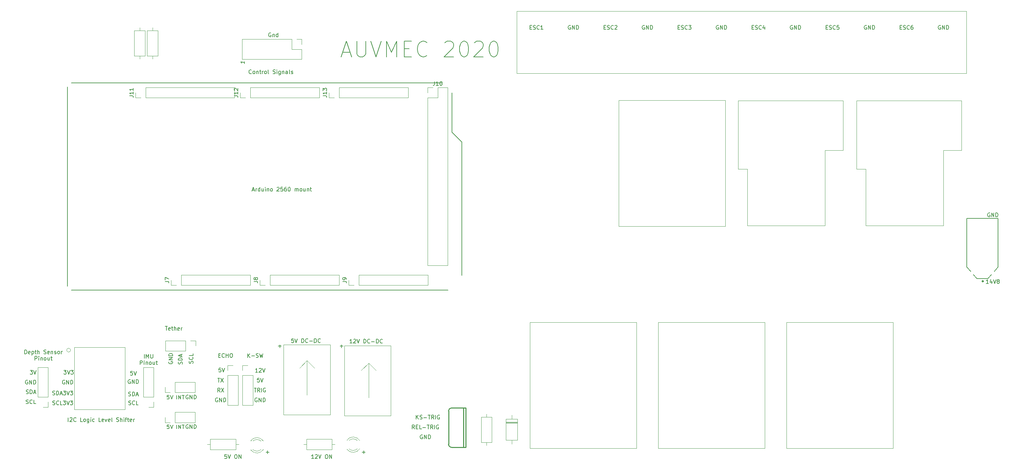
<source format=gbr>
%TF.GenerationSoftware,KiCad,Pcbnew,(5.1.7)-1*%
%TF.CreationDate,2020-10-28T15:09:14+05:30*%
%TF.ProjectId,AUVMEC2020,4155564d-4543-4323-9032-302e6b696361,rev?*%
%TF.SameCoordinates,Original*%
%TF.FileFunction,Legend,Top*%
%TF.FilePolarity,Positive*%
%FSLAX46Y46*%
G04 Gerber Fmt 4.6, Leading zero omitted, Abs format (unit mm)*
G04 Created by KiCad (PCBNEW (5.1.7)-1) date 2020-10-28 15:09:14*
%MOMM*%
%LPD*%
G01*
G04 APERTURE LIST*
%ADD10C,0.150000*%
%ADD11C,0.120000*%
%ADD12C,0.200000*%
%ADD13C,0.300000*%
%ADD14C,0.127000*%
%ADD15C,0.254000*%
G04 APERTURE END LIST*
D10*
X140891571Y-94527666D02*
X141367761Y-94527666D01*
X140796333Y-94813380D02*
X141129666Y-93813380D01*
X141463000Y-94813380D01*
X141796333Y-94813380D02*
X141796333Y-94146714D01*
X141796333Y-94337190D02*
X141843952Y-94241952D01*
X141891571Y-94194333D01*
X141986809Y-94146714D01*
X142082047Y-94146714D01*
X142843952Y-94813380D02*
X142843952Y-93813380D01*
X142843952Y-94765761D02*
X142748714Y-94813380D01*
X142558238Y-94813380D01*
X142463000Y-94765761D01*
X142415380Y-94718142D01*
X142367761Y-94622904D01*
X142367761Y-94337190D01*
X142415380Y-94241952D01*
X142463000Y-94194333D01*
X142558238Y-94146714D01*
X142748714Y-94146714D01*
X142843952Y-94194333D01*
X143748714Y-94146714D02*
X143748714Y-94813380D01*
X143320142Y-94146714D02*
X143320142Y-94670523D01*
X143367761Y-94765761D01*
X143463000Y-94813380D01*
X143605857Y-94813380D01*
X143701095Y-94765761D01*
X143748714Y-94718142D01*
X144224904Y-94813380D02*
X144224904Y-94146714D01*
X144224904Y-93813380D02*
X144177285Y-93861000D01*
X144224904Y-93908619D01*
X144272523Y-93861000D01*
X144224904Y-93813380D01*
X144224904Y-93908619D01*
X144701095Y-94146714D02*
X144701095Y-94813380D01*
X144701095Y-94241952D02*
X144748714Y-94194333D01*
X144843952Y-94146714D01*
X144986809Y-94146714D01*
X145082047Y-94194333D01*
X145129666Y-94289571D01*
X145129666Y-94813380D01*
X145748714Y-94813380D02*
X145653476Y-94765761D01*
X145605857Y-94718142D01*
X145558238Y-94622904D01*
X145558238Y-94337190D01*
X145605857Y-94241952D01*
X145653476Y-94194333D01*
X145748714Y-94146714D01*
X145891571Y-94146714D01*
X145986809Y-94194333D01*
X146034428Y-94241952D01*
X146082047Y-94337190D01*
X146082047Y-94622904D01*
X146034428Y-94718142D01*
X145986809Y-94765761D01*
X145891571Y-94813380D01*
X145748714Y-94813380D01*
X147224904Y-93908619D02*
X147272523Y-93861000D01*
X147367761Y-93813380D01*
X147605857Y-93813380D01*
X147701095Y-93861000D01*
X147748714Y-93908619D01*
X147796333Y-94003857D01*
X147796333Y-94099095D01*
X147748714Y-94241952D01*
X147177285Y-94813380D01*
X147796333Y-94813380D01*
X148701095Y-93813380D02*
X148224904Y-93813380D01*
X148177285Y-94289571D01*
X148224904Y-94241952D01*
X148320142Y-94194333D01*
X148558238Y-94194333D01*
X148653476Y-94241952D01*
X148701095Y-94289571D01*
X148748714Y-94384809D01*
X148748714Y-94622904D01*
X148701095Y-94718142D01*
X148653476Y-94765761D01*
X148558238Y-94813380D01*
X148320142Y-94813380D01*
X148224904Y-94765761D01*
X148177285Y-94718142D01*
X149605857Y-93813380D02*
X149415380Y-93813380D01*
X149320142Y-93861000D01*
X149272523Y-93908619D01*
X149177285Y-94051476D01*
X149129666Y-94241952D01*
X149129666Y-94622904D01*
X149177285Y-94718142D01*
X149224904Y-94765761D01*
X149320142Y-94813380D01*
X149510619Y-94813380D01*
X149605857Y-94765761D01*
X149653476Y-94718142D01*
X149701095Y-94622904D01*
X149701095Y-94384809D01*
X149653476Y-94289571D01*
X149605857Y-94241952D01*
X149510619Y-94194333D01*
X149320142Y-94194333D01*
X149224904Y-94241952D01*
X149177285Y-94289571D01*
X149129666Y-94384809D01*
X150320142Y-93813380D02*
X150415380Y-93813380D01*
X150510619Y-93861000D01*
X150558238Y-93908619D01*
X150605857Y-94003857D01*
X150653476Y-94194333D01*
X150653476Y-94432428D01*
X150605857Y-94622904D01*
X150558238Y-94718142D01*
X150510619Y-94765761D01*
X150415380Y-94813380D01*
X150320142Y-94813380D01*
X150224904Y-94765761D01*
X150177285Y-94718142D01*
X150129666Y-94622904D01*
X150082047Y-94432428D01*
X150082047Y-94194333D01*
X150129666Y-94003857D01*
X150177285Y-93908619D01*
X150224904Y-93861000D01*
X150320142Y-93813380D01*
X151843952Y-94813380D02*
X151843952Y-94146714D01*
X151843952Y-94241952D02*
X151891571Y-94194333D01*
X151986809Y-94146714D01*
X152129666Y-94146714D01*
X152224904Y-94194333D01*
X152272523Y-94289571D01*
X152272523Y-94813380D01*
X152272523Y-94289571D02*
X152320142Y-94194333D01*
X152415380Y-94146714D01*
X152558238Y-94146714D01*
X152653476Y-94194333D01*
X152701095Y-94289571D01*
X152701095Y-94813380D01*
X153320142Y-94813380D02*
X153224904Y-94765761D01*
X153177285Y-94718142D01*
X153129666Y-94622904D01*
X153129666Y-94337190D01*
X153177285Y-94241952D01*
X153224904Y-94194333D01*
X153320142Y-94146714D01*
X153463000Y-94146714D01*
X153558238Y-94194333D01*
X153605857Y-94241952D01*
X153653476Y-94337190D01*
X153653476Y-94622904D01*
X153605857Y-94718142D01*
X153558238Y-94765761D01*
X153463000Y-94813380D01*
X153320142Y-94813380D01*
X154510619Y-94146714D02*
X154510619Y-94813380D01*
X154082047Y-94146714D02*
X154082047Y-94670523D01*
X154129666Y-94765761D01*
X154224904Y-94813380D01*
X154367761Y-94813380D01*
X154463000Y-94765761D01*
X154510619Y-94718142D01*
X154986809Y-94146714D02*
X154986809Y-94813380D01*
X154986809Y-94241952D02*
X155034428Y-94194333D01*
X155129666Y-94146714D01*
X155272523Y-94146714D01*
X155367761Y-94194333D01*
X155415380Y-94289571D01*
X155415380Y-94813380D01*
X155748714Y-94146714D02*
X156129666Y-94146714D01*
X155891571Y-93813380D02*
X155891571Y-94670523D01*
X155939190Y-94765761D01*
X156034428Y-94813380D01*
X156129666Y-94813380D01*
X164150000Y-59086666D02*
X166054761Y-59086666D01*
X163769047Y-60229523D02*
X165102380Y-56229523D01*
X166435714Y-60229523D01*
X167769047Y-56229523D02*
X167769047Y-59467619D01*
X167959523Y-59848571D01*
X168150000Y-60039047D01*
X168530952Y-60229523D01*
X169292857Y-60229523D01*
X169673809Y-60039047D01*
X169864285Y-59848571D01*
X170054761Y-59467619D01*
X170054761Y-56229523D01*
X171388095Y-56229523D02*
X172721428Y-60229523D01*
X174054761Y-56229523D01*
X175388095Y-60229523D02*
X175388095Y-56229523D01*
X176721428Y-59086666D01*
X178054761Y-56229523D01*
X178054761Y-60229523D01*
X179959523Y-58134285D02*
X181292857Y-58134285D01*
X181864285Y-60229523D02*
X179959523Y-60229523D01*
X179959523Y-56229523D01*
X181864285Y-56229523D01*
X185864285Y-59848571D02*
X185673809Y-60039047D01*
X185102380Y-60229523D01*
X184721428Y-60229523D01*
X184149999Y-60039047D01*
X183769047Y-59658095D01*
X183578571Y-59277142D01*
X183388095Y-58515238D01*
X183388095Y-57943809D01*
X183578571Y-57181904D01*
X183769047Y-56800952D01*
X184149999Y-56420000D01*
X184721428Y-56229523D01*
X185102380Y-56229523D01*
X185673809Y-56420000D01*
X185864285Y-56610476D01*
X190435714Y-56610476D02*
X190626190Y-56420000D01*
X191007142Y-56229523D01*
X191959523Y-56229523D01*
X192340476Y-56420000D01*
X192530952Y-56610476D01*
X192721428Y-56991428D01*
X192721428Y-57372380D01*
X192530952Y-57943809D01*
X190245238Y-60229523D01*
X192721428Y-60229523D01*
X195197619Y-56229523D02*
X195578571Y-56229523D01*
X195959523Y-56420000D01*
X196150000Y-56610476D01*
X196340476Y-56991428D01*
X196530952Y-57753333D01*
X196530952Y-58705714D01*
X196340476Y-59467619D01*
X196150000Y-59848571D01*
X195959523Y-60039047D01*
X195578571Y-60229523D01*
X195197619Y-60229523D01*
X194816666Y-60039047D01*
X194626190Y-59848571D01*
X194435714Y-59467619D01*
X194245238Y-58705714D01*
X194245238Y-57753333D01*
X194435714Y-56991428D01*
X194626190Y-56610476D01*
X194816666Y-56420000D01*
X195197619Y-56229523D01*
X198054761Y-56610476D02*
X198245238Y-56420000D01*
X198626190Y-56229523D01*
X199578571Y-56229523D01*
X199959523Y-56420000D01*
X200150000Y-56610476D01*
X200340476Y-56991428D01*
X200340476Y-57372380D01*
X200150000Y-57943809D01*
X197864285Y-60229523D01*
X200340476Y-60229523D01*
X202816666Y-56229523D02*
X203197619Y-56229523D01*
X203578571Y-56420000D01*
X203769047Y-56610476D01*
X203959523Y-56991428D01*
X204149999Y-57753333D01*
X204149999Y-58705714D01*
X203959523Y-59467619D01*
X203769047Y-59848571D01*
X203578571Y-60039047D01*
X203197619Y-60229523D01*
X202816666Y-60229523D01*
X202435714Y-60039047D01*
X202245238Y-59848571D01*
X202054761Y-59467619D01*
X201864285Y-58705714D01*
X201864285Y-57753333D01*
X202054761Y-56991428D01*
X202245238Y-56610476D01*
X202435714Y-56420000D01*
X202816666Y-56229523D01*
X156702380Y-163647380D02*
X156130952Y-163647380D01*
X156416666Y-163647380D02*
X156416666Y-162647380D01*
X156321428Y-162790238D01*
X156226190Y-162885476D01*
X156130952Y-162933095D01*
X157083333Y-162742619D02*
X157130952Y-162695000D01*
X157226190Y-162647380D01*
X157464285Y-162647380D01*
X157559523Y-162695000D01*
X157607142Y-162742619D01*
X157654761Y-162837857D01*
X157654761Y-162933095D01*
X157607142Y-163075952D01*
X157035714Y-163647380D01*
X157654761Y-163647380D01*
X157940476Y-162647380D02*
X158273809Y-163647380D01*
X158607142Y-162647380D01*
X159892857Y-162647380D02*
X160083333Y-162647380D01*
X160178571Y-162695000D01*
X160273809Y-162790238D01*
X160321428Y-162980714D01*
X160321428Y-163314047D01*
X160273809Y-163504523D01*
X160178571Y-163599761D01*
X160083333Y-163647380D01*
X159892857Y-163647380D01*
X159797619Y-163599761D01*
X159702380Y-163504523D01*
X159654761Y-163314047D01*
X159654761Y-162980714D01*
X159702380Y-162790238D01*
X159797619Y-162695000D01*
X159892857Y-162647380D01*
X160750000Y-163647380D02*
X160750000Y-162647380D01*
X161321428Y-163647380D01*
X161321428Y-162647380D01*
X134270952Y-162647380D02*
X133794761Y-162647380D01*
X133747142Y-163123571D01*
X133794761Y-163075952D01*
X133890000Y-163028333D01*
X134128095Y-163028333D01*
X134223333Y-163075952D01*
X134270952Y-163123571D01*
X134318571Y-163218809D01*
X134318571Y-163456904D01*
X134270952Y-163552142D01*
X134223333Y-163599761D01*
X134128095Y-163647380D01*
X133890000Y-163647380D01*
X133794761Y-163599761D01*
X133747142Y-163552142D01*
X134604285Y-162647380D02*
X134937619Y-163647380D01*
X135270952Y-162647380D01*
X136556666Y-162647380D02*
X136747142Y-162647380D01*
X136842380Y-162695000D01*
X136937619Y-162790238D01*
X136985238Y-162980714D01*
X136985238Y-163314047D01*
X136937619Y-163504523D01*
X136842380Y-163599761D01*
X136747142Y-163647380D01*
X136556666Y-163647380D01*
X136461428Y-163599761D01*
X136366190Y-163504523D01*
X136318571Y-163314047D01*
X136318571Y-162980714D01*
X136366190Y-162790238D01*
X136461428Y-162695000D01*
X136556666Y-162647380D01*
X137413809Y-163647380D02*
X137413809Y-162647380D01*
X137985238Y-163647380D01*
X137985238Y-162647380D01*
X132223095Y-137088571D02*
X132556428Y-137088571D01*
X132699285Y-137612380D02*
X132223095Y-137612380D01*
X132223095Y-136612380D01*
X132699285Y-136612380D01*
X133699285Y-137517142D02*
X133651666Y-137564761D01*
X133508809Y-137612380D01*
X133413571Y-137612380D01*
X133270714Y-137564761D01*
X133175476Y-137469523D01*
X133127857Y-137374285D01*
X133080238Y-137183809D01*
X133080238Y-137040952D01*
X133127857Y-136850476D01*
X133175476Y-136755238D01*
X133270714Y-136660000D01*
X133413571Y-136612380D01*
X133508809Y-136612380D01*
X133651666Y-136660000D01*
X133699285Y-136707619D01*
X134127857Y-137612380D02*
X134127857Y-136612380D01*
X134127857Y-137088571D02*
X134699285Y-137088571D01*
X134699285Y-137612380D02*
X134699285Y-136612380D01*
X135365952Y-136612380D02*
X135556428Y-136612380D01*
X135651666Y-136660000D01*
X135746904Y-136755238D01*
X135794523Y-136945714D01*
X135794523Y-137279047D01*
X135746904Y-137469523D01*
X135651666Y-137564761D01*
X135556428Y-137612380D01*
X135365952Y-137612380D01*
X135270714Y-137564761D01*
X135175476Y-137469523D01*
X135127857Y-137279047D01*
X135127857Y-136945714D01*
X135175476Y-136755238D01*
X135270714Y-136660000D01*
X135365952Y-136612380D01*
X139676428Y-137612380D02*
X139676428Y-136612380D01*
X140247857Y-137612380D02*
X139819285Y-137040952D01*
X140247857Y-136612380D02*
X139676428Y-137183809D01*
X140676428Y-137231428D02*
X141438333Y-137231428D01*
X141866904Y-137564761D02*
X142009761Y-137612380D01*
X142247857Y-137612380D01*
X142343095Y-137564761D01*
X142390714Y-137517142D01*
X142438333Y-137421904D01*
X142438333Y-137326666D01*
X142390714Y-137231428D01*
X142343095Y-137183809D01*
X142247857Y-137136190D01*
X142057380Y-137088571D01*
X141962142Y-137040952D01*
X141914523Y-136993333D01*
X141866904Y-136898095D01*
X141866904Y-136802857D01*
X141914523Y-136707619D01*
X141962142Y-136660000D01*
X142057380Y-136612380D01*
X142295476Y-136612380D01*
X142438333Y-136660000D01*
X142771666Y-136612380D02*
X143009761Y-137612380D01*
X143200238Y-136898095D01*
X143390714Y-137612380D01*
X143628809Y-136612380D01*
X184658095Y-157615000D02*
X184562857Y-157567380D01*
X184420000Y-157567380D01*
X184277142Y-157615000D01*
X184181904Y-157710238D01*
X184134285Y-157805476D01*
X184086666Y-157995952D01*
X184086666Y-158138809D01*
X184134285Y-158329285D01*
X184181904Y-158424523D01*
X184277142Y-158519761D01*
X184420000Y-158567380D01*
X184515238Y-158567380D01*
X184658095Y-158519761D01*
X184705714Y-158472142D01*
X184705714Y-158138809D01*
X184515238Y-158138809D01*
X185134285Y-158567380D02*
X185134285Y-157567380D01*
X185705714Y-158567380D01*
X185705714Y-157567380D01*
X186181904Y-158567380D02*
X186181904Y-157567380D01*
X186420000Y-157567380D01*
X186562857Y-157615000D01*
X186658095Y-157710238D01*
X186705714Y-157805476D01*
X186753333Y-157995952D01*
X186753333Y-158138809D01*
X186705714Y-158329285D01*
X186658095Y-158424523D01*
X186562857Y-158519761D01*
X186420000Y-158567380D01*
X186181904Y-158567380D01*
X182634285Y-156027380D02*
X182300952Y-155551190D01*
X182062857Y-156027380D02*
X182062857Y-155027380D01*
X182443809Y-155027380D01*
X182539047Y-155075000D01*
X182586666Y-155122619D01*
X182634285Y-155217857D01*
X182634285Y-155360714D01*
X182586666Y-155455952D01*
X182539047Y-155503571D01*
X182443809Y-155551190D01*
X182062857Y-155551190D01*
X183062857Y-155503571D02*
X183396190Y-155503571D01*
X183539047Y-156027380D02*
X183062857Y-156027380D01*
X183062857Y-155027380D01*
X183539047Y-155027380D01*
X184443809Y-156027380D02*
X183967619Y-156027380D01*
X183967619Y-155027380D01*
X184777142Y-155646428D02*
X185539047Y-155646428D01*
X185872380Y-155027380D02*
X186443809Y-155027380D01*
X186158095Y-156027380D02*
X186158095Y-155027380D01*
X187348571Y-156027380D02*
X187015238Y-155551190D01*
X186777142Y-156027380D02*
X186777142Y-155027380D01*
X187158095Y-155027380D01*
X187253333Y-155075000D01*
X187300952Y-155122619D01*
X187348571Y-155217857D01*
X187348571Y-155360714D01*
X187300952Y-155455952D01*
X187253333Y-155503571D01*
X187158095Y-155551190D01*
X186777142Y-155551190D01*
X187777142Y-156027380D02*
X187777142Y-155027380D01*
X188777142Y-155075000D02*
X188681904Y-155027380D01*
X188539047Y-155027380D01*
X188396190Y-155075000D01*
X188300952Y-155170238D01*
X188253333Y-155265476D01*
X188205714Y-155455952D01*
X188205714Y-155598809D01*
X188253333Y-155789285D01*
X188300952Y-155884523D01*
X188396190Y-155979761D01*
X188539047Y-156027380D01*
X188634285Y-156027380D01*
X188777142Y-155979761D01*
X188824761Y-155932142D01*
X188824761Y-155598809D01*
X188634285Y-155598809D01*
X183078809Y-153487380D02*
X183078809Y-152487380D01*
X183650238Y-153487380D02*
X183221666Y-152915952D01*
X183650238Y-152487380D02*
X183078809Y-153058809D01*
X184031190Y-153439761D02*
X184174047Y-153487380D01*
X184412142Y-153487380D01*
X184507380Y-153439761D01*
X184555000Y-153392142D01*
X184602619Y-153296904D01*
X184602619Y-153201666D01*
X184555000Y-153106428D01*
X184507380Y-153058809D01*
X184412142Y-153011190D01*
X184221666Y-152963571D01*
X184126428Y-152915952D01*
X184078809Y-152868333D01*
X184031190Y-152773095D01*
X184031190Y-152677857D01*
X184078809Y-152582619D01*
X184126428Y-152535000D01*
X184221666Y-152487380D01*
X184459761Y-152487380D01*
X184602619Y-152535000D01*
X185031190Y-153106428D02*
X185793095Y-153106428D01*
X186126428Y-152487380D02*
X186697857Y-152487380D01*
X186412142Y-153487380D02*
X186412142Y-152487380D01*
X187602619Y-153487380D02*
X187269285Y-153011190D01*
X187031190Y-153487380D02*
X187031190Y-152487380D01*
X187412142Y-152487380D01*
X187507380Y-152535000D01*
X187555000Y-152582619D01*
X187602619Y-152677857D01*
X187602619Y-152820714D01*
X187555000Y-152915952D01*
X187507380Y-152963571D01*
X187412142Y-153011190D01*
X187031190Y-153011190D01*
X188031190Y-153487380D02*
X188031190Y-152487380D01*
X189031190Y-152535000D02*
X188935952Y-152487380D01*
X188793095Y-152487380D01*
X188650238Y-152535000D01*
X188555000Y-152630238D01*
X188507380Y-152725476D01*
X188459761Y-152915952D01*
X188459761Y-153058809D01*
X188507380Y-153249285D01*
X188555000Y-153344523D01*
X188650238Y-153439761D01*
X188793095Y-153487380D01*
X188888333Y-153487380D01*
X189031190Y-153439761D01*
X189078809Y-153392142D01*
X189078809Y-153058809D01*
X188888333Y-153058809D01*
X163449047Y-134691428D02*
X164210952Y-134691428D01*
X163830000Y-135072380D02*
X163830000Y-134310476D01*
X147574047Y-134691428D02*
X148335952Y-134691428D01*
X147955000Y-135072380D02*
X147955000Y-134310476D01*
X169164047Y-161996428D02*
X169925952Y-161996428D01*
X169545000Y-162377380D02*
X169545000Y-161615476D01*
X144399047Y-161996428D02*
X145160952Y-161996428D01*
X144780000Y-162377380D02*
X144780000Y-161615476D01*
X142113095Y-148090000D02*
X142017857Y-148042380D01*
X141875000Y-148042380D01*
X141732142Y-148090000D01*
X141636904Y-148185238D01*
X141589285Y-148280476D01*
X141541666Y-148470952D01*
X141541666Y-148613809D01*
X141589285Y-148804285D01*
X141636904Y-148899523D01*
X141732142Y-148994761D01*
X141875000Y-149042380D01*
X141970238Y-149042380D01*
X142113095Y-148994761D01*
X142160714Y-148947142D01*
X142160714Y-148613809D01*
X141970238Y-148613809D01*
X142589285Y-149042380D02*
X142589285Y-148042380D01*
X143160714Y-149042380D01*
X143160714Y-148042380D01*
X143636904Y-149042380D02*
X143636904Y-148042380D01*
X143875000Y-148042380D01*
X144017857Y-148090000D01*
X144113095Y-148185238D01*
X144160714Y-148280476D01*
X144208333Y-148470952D01*
X144208333Y-148613809D01*
X144160714Y-148804285D01*
X144113095Y-148899523D01*
X144017857Y-148994761D01*
X143875000Y-149042380D01*
X143636904Y-149042380D01*
X141351190Y-145502380D02*
X141922619Y-145502380D01*
X141636904Y-146502380D02*
X141636904Y-145502380D01*
X142827380Y-146502380D02*
X142494047Y-146026190D01*
X142255952Y-146502380D02*
X142255952Y-145502380D01*
X142636904Y-145502380D01*
X142732142Y-145550000D01*
X142779761Y-145597619D01*
X142827380Y-145692857D01*
X142827380Y-145835714D01*
X142779761Y-145930952D01*
X142732142Y-145978571D01*
X142636904Y-146026190D01*
X142255952Y-146026190D01*
X143255952Y-146502380D02*
X143255952Y-145502380D01*
X144255952Y-145550000D02*
X144160714Y-145502380D01*
X144017857Y-145502380D01*
X143875000Y-145550000D01*
X143779761Y-145645238D01*
X143732142Y-145740476D01*
X143684523Y-145930952D01*
X143684523Y-146073809D01*
X143732142Y-146264285D01*
X143779761Y-146359523D01*
X143875000Y-146454761D01*
X144017857Y-146502380D01*
X144113095Y-146502380D01*
X144255952Y-146454761D01*
X144303571Y-146407142D01*
X144303571Y-146073809D01*
X144113095Y-146073809D01*
X142684523Y-142962380D02*
X142208333Y-142962380D01*
X142160714Y-143438571D01*
X142208333Y-143390952D01*
X142303571Y-143343333D01*
X142541666Y-143343333D01*
X142636904Y-143390952D01*
X142684523Y-143438571D01*
X142732142Y-143533809D01*
X142732142Y-143771904D01*
X142684523Y-143867142D01*
X142636904Y-143914761D01*
X142541666Y-143962380D01*
X142303571Y-143962380D01*
X142208333Y-143914761D01*
X142160714Y-143867142D01*
X143017857Y-142962380D02*
X143351190Y-143962380D01*
X143684523Y-142962380D01*
X142255952Y-141422380D02*
X141684523Y-141422380D01*
X141970238Y-141422380D02*
X141970238Y-140422380D01*
X141875000Y-140565238D01*
X141779761Y-140660476D01*
X141684523Y-140708095D01*
X142636904Y-140517619D02*
X142684523Y-140470000D01*
X142779761Y-140422380D01*
X143017857Y-140422380D01*
X143113095Y-140470000D01*
X143160714Y-140517619D01*
X143208333Y-140612857D01*
X143208333Y-140708095D01*
X143160714Y-140850952D01*
X142589285Y-141422380D01*
X143208333Y-141422380D01*
X143494047Y-140422380D02*
X143827380Y-141422380D01*
X144160714Y-140422380D01*
X131953095Y-148090000D02*
X131857857Y-148042380D01*
X131715000Y-148042380D01*
X131572142Y-148090000D01*
X131476904Y-148185238D01*
X131429285Y-148280476D01*
X131381666Y-148470952D01*
X131381666Y-148613809D01*
X131429285Y-148804285D01*
X131476904Y-148899523D01*
X131572142Y-148994761D01*
X131715000Y-149042380D01*
X131810238Y-149042380D01*
X131953095Y-148994761D01*
X132000714Y-148947142D01*
X132000714Y-148613809D01*
X131810238Y-148613809D01*
X132429285Y-149042380D02*
X132429285Y-148042380D01*
X133000714Y-149042380D01*
X133000714Y-148042380D01*
X133476904Y-149042380D02*
X133476904Y-148042380D01*
X133715000Y-148042380D01*
X133857857Y-148090000D01*
X133953095Y-148185238D01*
X134000714Y-148280476D01*
X134048333Y-148470952D01*
X134048333Y-148613809D01*
X134000714Y-148804285D01*
X133953095Y-148899523D01*
X133857857Y-148994761D01*
X133715000Y-149042380D01*
X133476904Y-149042380D01*
X132548333Y-146502380D02*
X132215000Y-146026190D01*
X131976904Y-146502380D02*
X131976904Y-145502380D01*
X132357857Y-145502380D01*
X132453095Y-145550000D01*
X132500714Y-145597619D01*
X132548333Y-145692857D01*
X132548333Y-145835714D01*
X132500714Y-145930952D01*
X132453095Y-145978571D01*
X132357857Y-146026190D01*
X131976904Y-146026190D01*
X132881666Y-145502380D02*
X133548333Y-146502380D01*
X133548333Y-145502380D02*
X132881666Y-146502380D01*
X131953095Y-142962380D02*
X132524523Y-142962380D01*
X132238809Y-143962380D02*
X132238809Y-142962380D01*
X132762619Y-142962380D02*
X133429285Y-143962380D01*
X133429285Y-142962380D02*
X132762619Y-143962380D01*
X132778523Y-140371580D02*
X132302333Y-140371580D01*
X132254714Y-140847771D01*
X132302333Y-140800152D01*
X132397571Y-140752533D01*
X132635666Y-140752533D01*
X132730904Y-140800152D01*
X132778523Y-140847771D01*
X132826142Y-140943009D01*
X132826142Y-141181104D01*
X132778523Y-141276342D01*
X132730904Y-141323961D01*
X132635666Y-141371580D01*
X132397571Y-141371580D01*
X132302333Y-141323961D01*
X132254714Y-141276342D01*
X133111857Y-140371580D02*
X133445190Y-141371580D01*
X133778523Y-140371580D01*
X119443523Y-154976580D02*
X118967333Y-154976580D01*
X118919714Y-155452771D01*
X118967333Y-155405152D01*
X119062571Y-155357533D01*
X119300666Y-155357533D01*
X119395904Y-155405152D01*
X119443523Y-155452771D01*
X119491142Y-155548009D01*
X119491142Y-155786104D01*
X119443523Y-155881342D01*
X119395904Y-155928961D01*
X119300666Y-155976580D01*
X119062571Y-155976580D01*
X118967333Y-155928961D01*
X118919714Y-155881342D01*
X119776857Y-154976580D02*
X120110190Y-155976580D01*
X120443523Y-154976580D01*
X124358495Y-154973400D02*
X124263257Y-154925780D01*
X124120400Y-154925780D01*
X123977542Y-154973400D01*
X123882304Y-155068638D01*
X123834685Y-155163876D01*
X123787066Y-155354352D01*
X123787066Y-155497209D01*
X123834685Y-155687685D01*
X123882304Y-155782923D01*
X123977542Y-155878161D01*
X124120400Y-155925780D01*
X124215638Y-155925780D01*
X124358495Y-155878161D01*
X124406114Y-155830542D01*
X124406114Y-155497209D01*
X124215638Y-155497209D01*
X124834685Y-155925780D02*
X124834685Y-154925780D01*
X125406114Y-155925780D01*
X125406114Y-154925780D01*
X125882304Y-155925780D02*
X125882304Y-154925780D01*
X126120400Y-154925780D01*
X126263257Y-154973400D01*
X126358495Y-155068638D01*
X126406114Y-155163876D01*
X126453733Y-155354352D01*
X126453733Y-155497209D01*
X126406114Y-155687685D01*
X126358495Y-155782923D01*
X126263257Y-155878161D01*
X126120400Y-155925780D01*
X125882304Y-155925780D01*
X121396238Y-155976580D02*
X121396238Y-154976580D01*
X121872428Y-155976580D02*
X121872428Y-154976580D01*
X122443857Y-155976580D01*
X122443857Y-154976580D01*
X122777190Y-154976580D02*
X123348619Y-154976580D01*
X123062904Y-155976580D02*
X123062904Y-154976580D01*
X124358495Y-147353400D02*
X124263257Y-147305780D01*
X124120400Y-147305780D01*
X123977542Y-147353400D01*
X123882304Y-147448638D01*
X123834685Y-147543876D01*
X123787066Y-147734352D01*
X123787066Y-147877209D01*
X123834685Y-148067685D01*
X123882304Y-148162923D01*
X123977542Y-148258161D01*
X124120400Y-148305780D01*
X124215638Y-148305780D01*
X124358495Y-148258161D01*
X124406114Y-148210542D01*
X124406114Y-147877209D01*
X124215638Y-147877209D01*
X124834685Y-148305780D02*
X124834685Y-147305780D01*
X125406114Y-148305780D01*
X125406114Y-147305780D01*
X125882304Y-148305780D02*
X125882304Y-147305780D01*
X126120400Y-147305780D01*
X126263257Y-147353400D01*
X126358495Y-147448638D01*
X126406114Y-147543876D01*
X126453733Y-147734352D01*
X126453733Y-147877209D01*
X126406114Y-148067685D01*
X126358495Y-148162923D01*
X126263257Y-148258161D01*
X126120400Y-148305780D01*
X125882304Y-148305780D01*
X121396238Y-148356580D02*
X121396238Y-147356580D01*
X121872428Y-148356580D02*
X121872428Y-147356580D01*
X122443857Y-148356580D01*
X122443857Y-147356580D01*
X122777190Y-147356580D02*
X123348619Y-147356580D01*
X123062904Y-148356580D02*
X123062904Y-147356580D01*
X119443523Y-147356580D02*
X118967333Y-147356580D01*
X118919714Y-147832771D01*
X118967333Y-147785152D01*
X119062571Y-147737533D01*
X119300666Y-147737533D01*
X119395904Y-147785152D01*
X119443523Y-147832771D01*
X119491142Y-147928009D01*
X119491142Y-148166104D01*
X119443523Y-148261342D01*
X119395904Y-148308961D01*
X119300666Y-148356580D01*
X119062571Y-148356580D01*
X118967333Y-148308961D01*
X118919714Y-148261342D01*
X119776857Y-147356580D02*
X120110190Y-148356580D01*
X120443523Y-147356580D01*
X119413400Y-138709304D02*
X119365780Y-138804542D01*
X119365780Y-138947400D01*
X119413400Y-139090257D01*
X119508638Y-139185495D01*
X119603876Y-139233114D01*
X119794352Y-139280733D01*
X119937209Y-139280733D01*
X120127685Y-139233114D01*
X120222923Y-139185495D01*
X120318161Y-139090257D01*
X120365780Y-138947400D01*
X120365780Y-138852161D01*
X120318161Y-138709304D01*
X120270542Y-138661685D01*
X119937209Y-138661685D01*
X119937209Y-138852161D01*
X120365780Y-138233114D02*
X119365780Y-138233114D01*
X120365780Y-137661685D01*
X119365780Y-137661685D01*
X120365780Y-137185495D02*
X119365780Y-137185495D01*
X119365780Y-136947400D01*
X119413400Y-136804542D01*
X119508638Y-136709304D01*
X119603876Y-136661685D01*
X119794352Y-136614066D01*
X119937209Y-136614066D01*
X120127685Y-136661685D01*
X120222923Y-136709304D01*
X120318161Y-136804542D01*
X120365780Y-136947400D01*
X120365780Y-137185495D01*
X125550561Y-139137876D02*
X125598180Y-138995019D01*
X125598180Y-138756923D01*
X125550561Y-138661685D01*
X125502942Y-138614066D01*
X125407704Y-138566447D01*
X125312466Y-138566447D01*
X125217228Y-138614066D01*
X125169609Y-138661685D01*
X125121990Y-138756923D01*
X125074371Y-138947400D01*
X125026752Y-139042638D01*
X124979133Y-139090257D01*
X124883895Y-139137876D01*
X124788657Y-139137876D01*
X124693419Y-139090257D01*
X124645800Y-139042638D01*
X124598180Y-138947400D01*
X124598180Y-138709304D01*
X124645800Y-138566447D01*
X125502942Y-137566447D02*
X125550561Y-137614066D01*
X125598180Y-137756923D01*
X125598180Y-137852161D01*
X125550561Y-137995019D01*
X125455323Y-138090257D01*
X125360085Y-138137876D01*
X125169609Y-138185495D01*
X125026752Y-138185495D01*
X124836276Y-138137876D01*
X124741038Y-138090257D01*
X124645800Y-137995019D01*
X124598180Y-137852161D01*
X124598180Y-137756923D01*
X124645800Y-137614066D01*
X124693419Y-137566447D01*
X125598180Y-136661685D02*
X125598180Y-137137876D01*
X124598180Y-137137876D01*
X122807361Y-139339485D02*
X122854980Y-139196628D01*
X122854980Y-138958533D01*
X122807361Y-138863295D01*
X122759742Y-138815676D01*
X122664504Y-138768057D01*
X122569266Y-138768057D01*
X122474028Y-138815676D01*
X122426409Y-138863295D01*
X122378790Y-138958533D01*
X122331171Y-139149009D01*
X122283552Y-139244247D01*
X122235933Y-139291866D01*
X122140695Y-139339485D01*
X122045457Y-139339485D01*
X121950219Y-139291866D01*
X121902600Y-139244247D01*
X121854980Y-139149009D01*
X121854980Y-138910914D01*
X121902600Y-138768057D01*
X122854980Y-138339485D02*
X121854980Y-138339485D01*
X121854980Y-138101390D01*
X121902600Y-137958533D01*
X121997838Y-137863295D01*
X122093076Y-137815676D01*
X122283552Y-137768057D01*
X122426409Y-137768057D01*
X122616885Y-137815676D01*
X122712123Y-137863295D01*
X122807361Y-137958533D01*
X122854980Y-138101390D01*
X122854980Y-138339485D01*
X122569266Y-137387104D02*
X122569266Y-136910914D01*
X122854980Y-137482342D02*
X121854980Y-137149009D01*
X122854980Y-136815676D01*
X118459523Y-129627380D02*
X119030952Y-129627380D01*
X118745238Y-130627380D02*
X118745238Y-129627380D01*
X119745238Y-130579761D02*
X119650000Y-130627380D01*
X119459523Y-130627380D01*
X119364285Y-130579761D01*
X119316666Y-130484523D01*
X119316666Y-130103571D01*
X119364285Y-130008333D01*
X119459523Y-129960714D01*
X119650000Y-129960714D01*
X119745238Y-130008333D01*
X119792857Y-130103571D01*
X119792857Y-130198809D01*
X119316666Y-130294047D01*
X120078571Y-129960714D02*
X120459523Y-129960714D01*
X120221428Y-129627380D02*
X120221428Y-130484523D01*
X120269047Y-130579761D01*
X120364285Y-130627380D01*
X120459523Y-130627380D01*
X120792857Y-130627380D02*
X120792857Y-129627380D01*
X121221428Y-130627380D02*
X121221428Y-130103571D01*
X121173809Y-130008333D01*
X121078571Y-129960714D01*
X120935714Y-129960714D01*
X120840476Y-130008333D01*
X120792857Y-130055952D01*
X122078571Y-130579761D02*
X121983333Y-130627380D01*
X121792857Y-130627380D01*
X121697619Y-130579761D01*
X121650000Y-130484523D01*
X121650000Y-130103571D01*
X121697619Y-130008333D01*
X121792857Y-129960714D01*
X121983333Y-129960714D01*
X122078571Y-130008333D01*
X122126190Y-130103571D01*
X122126190Y-130198809D01*
X121650000Y-130294047D01*
X122554761Y-130627380D02*
X122554761Y-129960714D01*
X122554761Y-130151190D02*
X122602380Y-130055952D01*
X122650000Y-130008333D01*
X122745238Y-129960714D01*
X122840476Y-129960714D01*
X89503571Y-149756761D02*
X89646428Y-149804380D01*
X89884523Y-149804380D01*
X89979761Y-149756761D01*
X90027380Y-149709142D01*
X90075000Y-149613904D01*
X90075000Y-149518666D01*
X90027380Y-149423428D01*
X89979761Y-149375809D01*
X89884523Y-149328190D01*
X89694047Y-149280571D01*
X89598809Y-149232952D01*
X89551190Y-149185333D01*
X89503571Y-149090095D01*
X89503571Y-148994857D01*
X89551190Y-148899619D01*
X89598809Y-148852000D01*
X89694047Y-148804380D01*
X89932142Y-148804380D01*
X90075000Y-148852000D01*
X91075000Y-149709142D02*
X91027380Y-149756761D01*
X90884523Y-149804380D01*
X90789285Y-149804380D01*
X90646428Y-149756761D01*
X90551190Y-149661523D01*
X90503571Y-149566285D01*
X90455952Y-149375809D01*
X90455952Y-149232952D01*
X90503571Y-149042476D01*
X90551190Y-148947238D01*
X90646428Y-148852000D01*
X90789285Y-148804380D01*
X90884523Y-148804380D01*
X91027380Y-148852000D01*
X91075000Y-148899619D01*
X91979761Y-149804380D02*
X91503571Y-149804380D01*
X91503571Y-148804380D01*
X92217857Y-148804380D02*
X92836904Y-148804380D01*
X92503571Y-149185333D01*
X92646428Y-149185333D01*
X92741666Y-149232952D01*
X92789285Y-149280571D01*
X92836904Y-149375809D01*
X92836904Y-149613904D01*
X92789285Y-149709142D01*
X92741666Y-149756761D01*
X92646428Y-149804380D01*
X92360714Y-149804380D01*
X92265476Y-149756761D01*
X92217857Y-149709142D01*
X93122619Y-148804380D02*
X93455952Y-149804380D01*
X93789285Y-148804380D01*
X94027380Y-148804380D02*
X94646428Y-148804380D01*
X94313095Y-149185333D01*
X94455952Y-149185333D01*
X94551190Y-149232952D01*
X94598809Y-149280571D01*
X94646428Y-149375809D01*
X94646428Y-149613904D01*
X94598809Y-149709142D01*
X94551190Y-149756761D01*
X94455952Y-149804380D01*
X94170238Y-149804380D01*
X94075000Y-149756761D01*
X94027380Y-149709142D01*
X92583095Y-143518000D02*
X92487857Y-143470380D01*
X92345000Y-143470380D01*
X92202142Y-143518000D01*
X92106904Y-143613238D01*
X92059285Y-143708476D01*
X92011666Y-143898952D01*
X92011666Y-144041809D01*
X92059285Y-144232285D01*
X92106904Y-144327523D01*
X92202142Y-144422761D01*
X92345000Y-144470380D01*
X92440238Y-144470380D01*
X92583095Y-144422761D01*
X92630714Y-144375142D01*
X92630714Y-144041809D01*
X92440238Y-144041809D01*
X93059285Y-144470380D02*
X93059285Y-143470380D01*
X93630714Y-144470380D01*
X93630714Y-143470380D01*
X94106904Y-144470380D02*
X94106904Y-143470380D01*
X94345000Y-143470380D01*
X94487857Y-143518000D01*
X94583095Y-143613238D01*
X94630714Y-143708476D01*
X94678333Y-143898952D01*
X94678333Y-144041809D01*
X94630714Y-144232285D01*
X94583095Y-144327523D01*
X94487857Y-144422761D01*
X94345000Y-144470380D01*
X94106904Y-144470380D01*
X92360904Y-140930380D02*
X92979952Y-140930380D01*
X92646619Y-141311333D01*
X92789476Y-141311333D01*
X92884714Y-141358952D01*
X92932333Y-141406571D01*
X92979952Y-141501809D01*
X92979952Y-141739904D01*
X92932333Y-141835142D01*
X92884714Y-141882761D01*
X92789476Y-141930380D01*
X92503761Y-141930380D01*
X92408523Y-141882761D01*
X92360904Y-141835142D01*
X93265666Y-140930380D02*
X93599000Y-141930380D01*
X93932333Y-140930380D01*
X94170428Y-140930380D02*
X94789476Y-140930380D01*
X94456142Y-141311333D01*
X94599000Y-141311333D01*
X94694238Y-141358952D01*
X94741857Y-141406571D01*
X94789476Y-141501809D01*
X94789476Y-141739904D01*
X94741857Y-141835142D01*
X94694238Y-141882761D01*
X94599000Y-141930380D01*
X94313285Y-141930380D01*
X94218047Y-141882761D01*
X94170428Y-141835142D01*
X89479761Y-147216761D02*
X89622619Y-147264380D01*
X89860714Y-147264380D01*
X89955952Y-147216761D01*
X90003571Y-147169142D01*
X90051190Y-147073904D01*
X90051190Y-146978666D01*
X90003571Y-146883428D01*
X89955952Y-146835809D01*
X89860714Y-146788190D01*
X89670238Y-146740571D01*
X89575000Y-146692952D01*
X89527380Y-146645333D01*
X89479761Y-146550095D01*
X89479761Y-146454857D01*
X89527380Y-146359619D01*
X89575000Y-146312000D01*
X89670238Y-146264380D01*
X89908333Y-146264380D01*
X90051190Y-146312000D01*
X90479761Y-147264380D02*
X90479761Y-146264380D01*
X90717857Y-146264380D01*
X90860714Y-146312000D01*
X90955952Y-146407238D01*
X91003571Y-146502476D01*
X91051190Y-146692952D01*
X91051190Y-146835809D01*
X91003571Y-147026285D01*
X90955952Y-147121523D01*
X90860714Y-147216761D01*
X90717857Y-147264380D01*
X90479761Y-147264380D01*
X91432142Y-146978666D02*
X91908333Y-146978666D01*
X91336904Y-147264380D02*
X91670238Y-146264380D01*
X92003571Y-147264380D01*
X92241666Y-146264380D02*
X92860714Y-146264380D01*
X92527380Y-146645333D01*
X92670238Y-146645333D01*
X92765476Y-146692952D01*
X92813095Y-146740571D01*
X92860714Y-146835809D01*
X92860714Y-147073904D01*
X92813095Y-147169142D01*
X92765476Y-147216761D01*
X92670238Y-147264380D01*
X92384523Y-147264380D01*
X92289285Y-147216761D01*
X92241666Y-147169142D01*
X93146428Y-146264380D02*
X93479761Y-147264380D01*
X93813095Y-146264380D01*
X94051190Y-146264380D02*
X94670238Y-146264380D01*
X94336904Y-146645333D01*
X94479761Y-146645333D01*
X94575000Y-146692952D01*
X94622619Y-146740571D01*
X94670238Y-146835809D01*
X94670238Y-147073904D01*
X94622619Y-147169142D01*
X94575000Y-147216761D01*
X94479761Y-147264380D01*
X94194047Y-147264380D01*
X94098809Y-147216761D01*
X94051190Y-147169142D01*
X330708095Y-100465000D02*
X330612857Y-100417380D01*
X330470000Y-100417380D01*
X330327142Y-100465000D01*
X330231904Y-100560238D01*
X330184285Y-100655476D01*
X330136666Y-100845952D01*
X330136666Y-100988809D01*
X330184285Y-101179285D01*
X330231904Y-101274523D01*
X330327142Y-101369761D01*
X330470000Y-101417380D01*
X330565238Y-101417380D01*
X330708095Y-101369761D01*
X330755714Y-101322142D01*
X330755714Y-100988809D01*
X330565238Y-100988809D01*
X331184285Y-101417380D02*
X331184285Y-100417380D01*
X331755714Y-101417380D01*
X331755714Y-100417380D01*
X332231904Y-101417380D02*
X332231904Y-100417380D01*
X332470000Y-100417380D01*
X332612857Y-100465000D01*
X332708095Y-100560238D01*
X332755714Y-100655476D01*
X332803333Y-100845952D01*
X332803333Y-100988809D01*
X332755714Y-101179285D01*
X332708095Y-101274523D01*
X332612857Y-101369761D01*
X332470000Y-101417380D01*
X332231904Y-101417380D01*
X330374761Y-118562380D02*
X329803333Y-118562380D01*
X330089047Y-118562380D02*
X330089047Y-117562380D01*
X329993809Y-117705238D01*
X329898571Y-117800476D01*
X329803333Y-117848095D01*
X331231904Y-117895714D02*
X331231904Y-118562380D01*
X330993809Y-117514761D02*
X330755714Y-118229047D01*
X331374761Y-118229047D01*
X331612857Y-117562380D02*
X331946190Y-118562380D01*
X332279523Y-117562380D01*
X332755714Y-117990952D02*
X332660476Y-117943333D01*
X332612857Y-117895714D01*
X332565238Y-117800476D01*
X332565238Y-117752857D01*
X332612857Y-117657619D01*
X332660476Y-117610000D01*
X332755714Y-117562380D01*
X332946190Y-117562380D01*
X333041428Y-117610000D01*
X333089047Y-117657619D01*
X333136666Y-117752857D01*
X333136666Y-117800476D01*
X333089047Y-117895714D01*
X333041428Y-117943333D01*
X332946190Y-117990952D01*
X332755714Y-117990952D01*
X332660476Y-118038571D01*
X332612857Y-118086190D01*
X332565238Y-118181428D01*
X332565238Y-118371904D01*
X332612857Y-118467142D01*
X332660476Y-118514761D01*
X332755714Y-118562380D01*
X332946190Y-118562380D01*
X333041428Y-118514761D01*
X333089047Y-118467142D01*
X333136666Y-118371904D01*
X333136666Y-118181428D01*
X333089047Y-118086190D01*
X333041428Y-118038571D01*
X332946190Y-117990952D01*
X138882380Y-61409270D02*
X138882380Y-61980699D01*
X138882380Y-61694985D02*
X137882380Y-61569985D01*
X138025238Y-61683080D01*
X138120476Y-61790223D01*
X138168095Y-61891413D01*
X318008095Y-52205000D02*
X317912857Y-52157380D01*
X317770000Y-52157380D01*
X317627142Y-52205000D01*
X317531904Y-52300238D01*
X317484285Y-52395476D01*
X317436666Y-52585952D01*
X317436666Y-52728809D01*
X317484285Y-52919285D01*
X317531904Y-53014523D01*
X317627142Y-53109761D01*
X317770000Y-53157380D01*
X317865238Y-53157380D01*
X318008095Y-53109761D01*
X318055714Y-53062142D01*
X318055714Y-52728809D01*
X317865238Y-52728809D01*
X318484285Y-53157380D02*
X318484285Y-52157380D01*
X319055714Y-53157380D01*
X319055714Y-52157380D01*
X319531904Y-53157380D02*
X319531904Y-52157380D01*
X319770000Y-52157380D01*
X319912857Y-52205000D01*
X320008095Y-52300238D01*
X320055714Y-52395476D01*
X320103333Y-52585952D01*
X320103333Y-52728809D01*
X320055714Y-52919285D01*
X320008095Y-53014523D01*
X319912857Y-53109761D01*
X319770000Y-53157380D01*
X319531904Y-53157380D01*
X307578333Y-52633571D02*
X307911666Y-52633571D01*
X308054523Y-53157380D02*
X307578333Y-53157380D01*
X307578333Y-52157380D01*
X308054523Y-52157380D01*
X308435476Y-53109761D02*
X308578333Y-53157380D01*
X308816428Y-53157380D01*
X308911666Y-53109761D01*
X308959285Y-53062142D01*
X309006904Y-52966904D01*
X309006904Y-52871666D01*
X308959285Y-52776428D01*
X308911666Y-52728809D01*
X308816428Y-52681190D01*
X308625952Y-52633571D01*
X308530714Y-52585952D01*
X308483095Y-52538333D01*
X308435476Y-52443095D01*
X308435476Y-52347857D01*
X308483095Y-52252619D01*
X308530714Y-52205000D01*
X308625952Y-52157380D01*
X308864047Y-52157380D01*
X309006904Y-52205000D01*
X310006904Y-53062142D02*
X309959285Y-53109761D01*
X309816428Y-53157380D01*
X309721190Y-53157380D01*
X309578333Y-53109761D01*
X309483095Y-53014523D01*
X309435476Y-52919285D01*
X309387857Y-52728809D01*
X309387857Y-52585952D01*
X309435476Y-52395476D01*
X309483095Y-52300238D01*
X309578333Y-52205000D01*
X309721190Y-52157380D01*
X309816428Y-52157380D01*
X309959285Y-52205000D01*
X310006904Y-52252619D01*
X310864047Y-52157380D02*
X310673571Y-52157380D01*
X310578333Y-52205000D01*
X310530714Y-52252619D01*
X310435476Y-52395476D01*
X310387857Y-52585952D01*
X310387857Y-52966904D01*
X310435476Y-53062142D01*
X310483095Y-53109761D01*
X310578333Y-53157380D01*
X310768809Y-53157380D01*
X310864047Y-53109761D01*
X310911666Y-53062142D01*
X310959285Y-52966904D01*
X310959285Y-52728809D01*
X310911666Y-52633571D01*
X310864047Y-52585952D01*
X310768809Y-52538333D01*
X310578333Y-52538333D01*
X310483095Y-52585952D01*
X310435476Y-52633571D01*
X310387857Y-52728809D01*
X298958095Y-52205000D02*
X298862857Y-52157380D01*
X298720000Y-52157380D01*
X298577142Y-52205000D01*
X298481904Y-52300238D01*
X298434285Y-52395476D01*
X298386666Y-52585952D01*
X298386666Y-52728809D01*
X298434285Y-52919285D01*
X298481904Y-53014523D01*
X298577142Y-53109761D01*
X298720000Y-53157380D01*
X298815238Y-53157380D01*
X298958095Y-53109761D01*
X299005714Y-53062142D01*
X299005714Y-52728809D01*
X298815238Y-52728809D01*
X299434285Y-53157380D02*
X299434285Y-52157380D01*
X300005714Y-53157380D01*
X300005714Y-52157380D01*
X300481904Y-53157380D02*
X300481904Y-52157380D01*
X300720000Y-52157380D01*
X300862857Y-52205000D01*
X300958095Y-52300238D01*
X301005714Y-52395476D01*
X301053333Y-52585952D01*
X301053333Y-52728809D01*
X301005714Y-52919285D01*
X300958095Y-53014523D01*
X300862857Y-53109761D01*
X300720000Y-53157380D01*
X300481904Y-53157380D01*
X288528333Y-52633571D02*
X288861666Y-52633571D01*
X289004523Y-53157380D02*
X288528333Y-53157380D01*
X288528333Y-52157380D01*
X289004523Y-52157380D01*
X289385476Y-53109761D02*
X289528333Y-53157380D01*
X289766428Y-53157380D01*
X289861666Y-53109761D01*
X289909285Y-53062142D01*
X289956904Y-52966904D01*
X289956904Y-52871666D01*
X289909285Y-52776428D01*
X289861666Y-52728809D01*
X289766428Y-52681190D01*
X289575952Y-52633571D01*
X289480714Y-52585952D01*
X289433095Y-52538333D01*
X289385476Y-52443095D01*
X289385476Y-52347857D01*
X289433095Y-52252619D01*
X289480714Y-52205000D01*
X289575952Y-52157380D01*
X289814047Y-52157380D01*
X289956904Y-52205000D01*
X290956904Y-53062142D02*
X290909285Y-53109761D01*
X290766428Y-53157380D01*
X290671190Y-53157380D01*
X290528333Y-53109761D01*
X290433095Y-53014523D01*
X290385476Y-52919285D01*
X290337857Y-52728809D01*
X290337857Y-52585952D01*
X290385476Y-52395476D01*
X290433095Y-52300238D01*
X290528333Y-52205000D01*
X290671190Y-52157380D01*
X290766428Y-52157380D01*
X290909285Y-52205000D01*
X290956904Y-52252619D01*
X291861666Y-52157380D02*
X291385476Y-52157380D01*
X291337857Y-52633571D01*
X291385476Y-52585952D01*
X291480714Y-52538333D01*
X291718809Y-52538333D01*
X291814047Y-52585952D01*
X291861666Y-52633571D01*
X291909285Y-52728809D01*
X291909285Y-52966904D01*
X291861666Y-53062142D01*
X291814047Y-53109761D01*
X291718809Y-53157380D01*
X291480714Y-53157380D01*
X291385476Y-53109761D01*
X291337857Y-53062142D01*
X279908095Y-52205000D02*
X279812857Y-52157380D01*
X279670000Y-52157380D01*
X279527142Y-52205000D01*
X279431904Y-52300238D01*
X279384285Y-52395476D01*
X279336666Y-52585952D01*
X279336666Y-52728809D01*
X279384285Y-52919285D01*
X279431904Y-53014523D01*
X279527142Y-53109761D01*
X279670000Y-53157380D01*
X279765238Y-53157380D01*
X279908095Y-53109761D01*
X279955714Y-53062142D01*
X279955714Y-52728809D01*
X279765238Y-52728809D01*
X280384285Y-53157380D02*
X280384285Y-52157380D01*
X280955714Y-53157380D01*
X280955714Y-52157380D01*
X281431904Y-53157380D02*
X281431904Y-52157380D01*
X281670000Y-52157380D01*
X281812857Y-52205000D01*
X281908095Y-52300238D01*
X281955714Y-52395476D01*
X282003333Y-52585952D01*
X282003333Y-52728809D01*
X281955714Y-52919285D01*
X281908095Y-53014523D01*
X281812857Y-53109761D01*
X281670000Y-53157380D01*
X281431904Y-53157380D01*
X269478333Y-52633571D02*
X269811666Y-52633571D01*
X269954523Y-53157380D02*
X269478333Y-53157380D01*
X269478333Y-52157380D01*
X269954523Y-52157380D01*
X270335476Y-53109761D02*
X270478333Y-53157380D01*
X270716428Y-53157380D01*
X270811666Y-53109761D01*
X270859285Y-53062142D01*
X270906904Y-52966904D01*
X270906904Y-52871666D01*
X270859285Y-52776428D01*
X270811666Y-52728809D01*
X270716428Y-52681190D01*
X270525952Y-52633571D01*
X270430714Y-52585952D01*
X270383095Y-52538333D01*
X270335476Y-52443095D01*
X270335476Y-52347857D01*
X270383095Y-52252619D01*
X270430714Y-52205000D01*
X270525952Y-52157380D01*
X270764047Y-52157380D01*
X270906904Y-52205000D01*
X271906904Y-53062142D02*
X271859285Y-53109761D01*
X271716428Y-53157380D01*
X271621190Y-53157380D01*
X271478333Y-53109761D01*
X271383095Y-53014523D01*
X271335476Y-52919285D01*
X271287857Y-52728809D01*
X271287857Y-52585952D01*
X271335476Y-52395476D01*
X271383095Y-52300238D01*
X271478333Y-52205000D01*
X271621190Y-52157380D01*
X271716428Y-52157380D01*
X271859285Y-52205000D01*
X271906904Y-52252619D01*
X272764047Y-52490714D02*
X272764047Y-53157380D01*
X272525952Y-52109761D02*
X272287857Y-52824047D01*
X272906904Y-52824047D01*
X260858095Y-52205000D02*
X260762857Y-52157380D01*
X260620000Y-52157380D01*
X260477142Y-52205000D01*
X260381904Y-52300238D01*
X260334285Y-52395476D01*
X260286666Y-52585952D01*
X260286666Y-52728809D01*
X260334285Y-52919285D01*
X260381904Y-53014523D01*
X260477142Y-53109761D01*
X260620000Y-53157380D01*
X260715238Y-53157380D01*
X260858095Y-53109761D01*
X260905714Y-53062142D01*
X260905714Y-52728809D01*
X260715238Y-52728809D01*
X261334285Y-53157380D02*
X261334285Y-52157380D01*
X261905714Y-53157380D01*
X261905714Y-52157380D01*
X262381904Y-53157380D02*
X262381904Y-52157380D01*
X262620000Y-52157380D01*
X262762857Y-52205000D01*
X262858095Y-52300238D01*
X262905714Y-52395476D01*
X262953333Y-52585952D01*
X262953333Y-52728809D01*
X262905714Y-52919285D01*
X262858095Y-53014523D01*
X262762857Y-53109761D01*
X262620000Y-53157380D01*
X262381904Y-53157380D01*
X250428333Y-52633571D02*
X250761666Y-52633571D01*
X250904523Y-53157380D02*
X250428333Y-53157380D01*
X250428333Y-52157380D01*
X250904523Y-52157380D01*
X251285476Y-53109761D02*
X251428333Y-53157380D01*
X251666428Y-53157380D01*
X251761666Y-53109761D01*
X251809285Y-53062142D01*
X251856904Y-52966904D01*
X251856904Y-52871666D01*
X251809285Y-52776428D01*
X251761666Y-52728809D01*
X251666428Y-52681190D01*
X251475952Y-52633571D01*
X251380714Y-52585952D01*
X251333095Y-52538333D01*
X251285476Y-52443095D01*
X251285476Y-52347857D01*
X251333095Y-52252619D01*
X251380714Y-52205000D01*
X251475952Y-52157380D01*
X251714047Y-52157380D01*
X251856904Y-52205000D01*
X252856904Y-53062142D02*
X252809285Y-53109761D01*
X252666428Y-53157380D01*
X252571190Y-53157380D01*
X252428333Y-53109761D01*
X252333095Y-53014523D01*
X252285476Y-52919285D01*
X252237857Y-52728809D01*
X252237857Y-52585952D01*
X252285476Y-52395476D01*
X252333095Y-52300238D01*
X252428333Y-52205000D01*
X252571190Y-52157380D01*
X252666428Y-52157380D01*
X252809285Y-52205000D01*
X252856904Y-52252619D01*
X253190238Y-52157380D02*
X253809285Y-52157380D01*
X253475952Y-52538333D01*
X253618809Y-52538333D01*
X253714047Y-52585952D01*
X253761666Y-52633571D01*
X253809285Y-52728809D01*
X253809285Y-52966904D01*
X253761666Y-53062142D01*
X253714047Y-53109761D01*
X253618809Y-53157380D01*
X253333095Y-53157380D01*
X253237857Y-53109761D01*
X253190238Y-53062142D01*
X241808095Y-52205000D02*
X241712857Y-52157380D01*
X241570000Y-52157380D01*
X241427142Y-52205000D01*
X241331904Y-52300238D01*
X241284285Y-52395476D01*
X241236666Y-52585952D01*
X241236666Y-52728809D01*
X241284285Y-52919285D01*
X241331904Y-53014523D01*
X241427142Y-53109761D01*
X241570000Y-53157380D01*
X241665238Y-53157380D01*
X241808095Y-53109761D01*
X241855714Y-53062142D01*
X241855714Y-52728809D01*
X241665238Y-52728809D01*
X242284285Y-53157380D02*
X242284285Y-52157380D01*
X242855714Y-53157380D01*
X242855714Y-52157380D01*
X243331904Y-53157380D02*
X243331904Y-52157380D01*
X243570000Y-52157380D01*
X243712857Y-52205000D01*
X243808095Y-52300238D01*
X243855714Y-52395476D01*
X243903333Y-52585952D01*
X243903333Y-52728809D01*
X243855714Y-52919285D01*
X243808095Y-53014523D01*
X243712857Y-53109761D01*
X243570000Y-53157380D01*
X243331904Y-53157380D01*
X231378333Y-52633571D02*
X231711666Y-52633571D01*
X231854523Y-53157380D02*
X231378333Y-53157380D01*
X231378333Y-52157380D01*
X231854523Y-52157380D01*
X232235476Y-53109761D02*
X232378333Y-53157380D01*
X232616428Y-53157380D01*
X232711666Y-53109761D01*
X232759285Y-53062142D01*
X232806904Y-52966904D01*
X232806904Y-52871666D01*
X232759285Y-52776428D01*
X232711666Y-52728809D01*
X232616428Y-52681190D01*
X232425952Y-52633571D01*
X232330714Y-52585952D01*
X232283095Y-52538333D01*
X232235476Y-52443095D01*
X232235476Y-52347857D01*
X232283095Y-52252619D01*
X232330714Y-52205000D01*
X232425952Y-52157380D01*
X232664047Y-52157380D01*
X232806904Y-52205000D01*
X233806904Y-53062142D02*
X233759285Y-53109761D01*
X233616428Y-53157380D01*
X233521190Y-53157380D01*
X233378333Y-53109761D01*
X233283095Y-53014523D01*
X233235476Y-52919285D01*
X233187857Y-52728809D01*
X233187857Y-52585952D01*
X233235476Y-52395476D01*
X233283095Y-52300238D01*
X233378333Y-52205000D01*
X233521190Y-52157380D01*
X233616428Y-52157380D01*
X233759285Y-52205000D01*
X233806904Y-52252619D01*
X234187857Y-52252619D02*
X234235476Y-52205000D01*
X234330714Y-52157380D01*
X234568809Y-52157380D01*
X234664047Y-52205000D01*
X234711666Y-52252619D01*
X234759285Y-52347857D01*
X234759285Y-52443095D01*
X234711666Y-52585952D01*
X234140238Y-53157380D01*
X234759285Y-53157380D01*
X222758095Y-52205000D02*
X222662857Y-52157380D01*
X222520000Y-52157380D01*
X222377142Y-52205000D01*
X222281904Y-52300238D01*
X222234285Y-52395476D01*
X222186666Y-52585952D01*
X222186666Y-52728809D01*
X222234285Y-52919285D01*
X222281904Y-53014523D01*
X222377142Y-53109761D01*
X222520000Y-53157380D01*
X222615238Y-53157380D01*
X222758095Y-53109761D01*
X222805714Y-53062142D01*
X222805714Y-52728809D01*
X222615238Y-52728809D01*
X223234285Y-53157380D02*
X223234285Y-52157380D01*
X223805714Y-53157380D01*
X223805714Y-52157380D01*
X224281904Y-53157380D02*
X224281904Y-52157380D01*
X224520000Y-52157380D01*
X224662857Y-52205000D01*
X224758095Y-52300238D01*
X224805714Y-52395476D01*
X224853333Y-52585952D01*
X224853333Y-52728809D01*
X224805714Y-52919285D01*
X224758095Y-53014523D01*
X224662857Y-53109761D01*
X224520000Y-53157380D01*
X224281904Y-53157380D01*
X212328333Y-52633571D02*
X212661666Y-52633571D01*
X212804523Y-53157380D02*
X212328333Y-53157380D01*
X212328333Y-52157380D01*
X212804523Y-52157380D01*
X213185476Y-53109761D02*
X213328333Y-53157380D01*
X213566428Y-53157380D01*
X213661666Y-53109761D01*
X213709285Y-53062142D01*
X213756904Y-52966904D01*
X213756904Y-52871666D01*
X213709285Y-52776428D01*
X213661666Y-52728809D01*
X213566428Y-52681190D01*
X213375952Y-52633571D01*
X213280714Y-52585952D01*
X213233095Y-52538333D01*
X213185476Y-52443095D01*
X213185476Y-52347857D01*
X213233095Y-52252619D01*
X213280714Y-52205000D01*
X213375952Y-52157380D01*
X213614047Y-52157380D01*
X213756904Y-52205000D01*
X214756904Y-53062142D02*
X214709285Y-53109761D01*
X214566428Y-53157380D01*
X214471190Y-53157380D01*
X214328333Y-53109761D01*
X214233095Y-53014523D01*
X214185476Y-52919285D01*
X214137857Y-52728809D01*
X214137857Y-52585952D01*
X214185476Y-52395476D01*
X214233095Y-52300238D01*
X214328333Y-52205000D01*
X214471190Y-52157380D01*
X214566428Y-52157380D01*
X214709285Y-52205000D01*
X214756904Y-52252619D01*
X215709285Y-53157380D02*
X215137857Y-53157380D01*
X215423571Y-53157380D02*
X215423571Y-52157380D01*
X215328333Y-52300238D01*
X215233095Y-52395476D01*
X215137857Y-52443095D01*
D11*
X170815000Y-139065000D02*
X172720000Y-140970000D01*
X170815000Y-139065000D02*
X168910000Y-140970000D01*
X170815000Y-147955000D02*
X170815000Y-139065000D01*
X154940000Y-138430000D02*
X156845000Y-140335000D01*
X154940000Y-138430000D02*
X153035000Y-140335000D01*
X154940000Y-147320000D02*
X154940000Y-138430000D01*
D10*
X82665083Y-149492601D02*
X82807940Y-149540220D01*
X83046036Y-149540220D01*
X83141274Y-149492601D01*
X83188893Y-149444982D01*
X83236512Y-149349744D01*
X83236512Y-149254506D01*
X83188893Y-149159268D01*
X83141274Y-149111649D01*
X83046036Y-149064030D01*
X82855560Y-149016411D01*
X82760321Y-148968792D01*
X82712702Y-148921173D01*
X82665083Y-148825935D01*
X82665083Y-148730697D01*
X82712702Y-148635459D01*
X82760321Y-148587840D01*
X82855560Y-148540220D01*
X83093655Y-148540220D01*
X83236512Y-148587840D01*
X84236512Y-149444982D02*
X84188893Y-149492601D01*
X84046036Y-149540220D01*
X83950798Y-149540220D01*
X83807940Y-149492601D01*
X83712702Y-149397363D01*
X83665083Y-149302125D01*
X83617464Y-149111649D01*
X83617464Y-148968792D01*
X83665083Y-148778316D01*
X83712702Y-148683078D01*
X83807940Y-148587840D01*
X83950798Y-148540220D01*
X84046036Y-148540220D01*
X84188893Y-148587840D01*
X84236512Y-148635459D01*
X85141274Y-149540220D02*
X84665083Y-149540220D01*
X84665083Y-148540220D01*
X82681914Y-146927201D02*
X82824771Y-146974820D01*
X83062866Y-146974820D01*
X83158104Y-146927201D01*
X83205723Y-146879582D01*
X83253342Y-146784344D01*
X83253342Y-146689106D01*
X83205723Y-146593868D01*
X83158104Y-146546249D01*
X83062866Y-146498630D01*
X82872390Y-146451011D01*
X82777152Y-146403392D01*
X82729533Y-146355773D01*
X82681914Y-146260535D01*
X82681914Y-146165297D01*
X82729533Y-146070059D01*
X82777152Y-146022440D01*
X82872390Y-145974820D01*
X83110485Y-145974820D01*
X83253342Y-146022440D01*
X83681914Y-146974820D02*
X83681914Y-145974820D01*
X83920009Y-145974820D01*
X84062866Y-146022440D01*
X84158104Y-146117678D01*
X84205723Y-146212916D01*
X84253342Y-146403392D01*
X84253342Y-146546249D01*
X84205723Y-146736725D01*
X84158104Y-146831963D01*
X84062866Y-146927201D01*
X83920009Y-146974820D01*
X83681914Y-146974820D01*
X84634295Y-146689106D02*
X85110485Y-146689106D01*
X84539057Y-146974820D02*
X84872390Y-145974820D01*
X85205723Y-146974820D01*
X83053015Y-143512920D02*
X82957777Y-143465300D01*
X82814920Y-143465300D01*
X82672062Y-143512920D01*
X82576824Y-143608158D01*
X82529205Y-143703396D01*
X82481586Y-143893872D01*
X82481586Y-144036729D01*
X82529205Y-144227205D01*
X82576824Y-144322443D01*
X82672062Y-144417681D01*
X82814920Y-144465300D01*
X82910158Y-144465300D01*
X83053015Y-144417681D01*
X83100634Y-144370062D01*
X83100634Y-144036729D01*
X82910158Y-144036729D01*
X83529205Y-144465300D02*
X83529205Y-143465300D01*
X84100634Y-144465300D01*
X84100634Y-143465300D01*
X84576824Y-144465300D02*
X84576824Y-143465300D01*
X84814920Y-143465300D01*
X84957777Y-143512920D01*
X85053015Y-143608158D01*
X85100634Y-143703396D01*
X85148253Y-143893872D01*
X85148253Y-144036729D01*
X85100634Y-144227205D01*
X85053015Y-144322443D01*
X84957777Y-144417681D01*
X84814920Y-144465300D01*
X84576824Y-144465300D01*
X83693095Y-140930380D02*
X84312142Y-140930380D01*
X83978809Y-141311333D01*
X84121666Y-141311333D01*
X84216904Y-141358952D01*
X84264523Y-141406571D01*
X84312142Y-141501809D01*
X84312142Y-141739904D01*
X84264523Y-141835142D01*
X84216904Y-141882761D01*
X84121666Y-141930380D01*
X83835952Y-141930380D01*
X83740714Y-141882761D01*
X83693095Y-141835142D01*
X84597857Y-140930380D02*
X84931190Y-141930380D01*
X85264523Y-140930380D01*
X110045523Y-141184380D02*
X109569333Y-141184380D01*
X109521714Y-141660571D01*
X109569333Y-141612952D01*
X109664571Y-141565333D01*
X109902666Y-141565333D01*
X109997904Y-141612952D01*
X110045523Y-141660571D01*
X110093142Y-141755809D01*
X110093142Y-141993904D01*
X110045523Y-142089142D01*
X109997904Y-142136761D01*
X109902666Y-142184380D01*
X109664571Y-142184380D01*
X109569333Y-142136761D01*
X109521714Y-142089142D01*
X110378857Y-141184380D02*
X110712190Y-142184380D01*
X111045523Y-141184380D01*
X109474095Y-143391000D02*
X109378857Y-143343380D01*
X109236000Y-143343380D01*
X109093142Y-143391000D01*
X108997904Y-143486238D01*
X108950285Y-143581476D01*
X108902666Y-143771952D01*
X108902666Y-143914809D01*
X108950285Y-144105285D01*
X108997904Y-144200523D01*
X109093142Y-144295761D01*
X109236000Y-144343380D01*
X109331238Y-144343380D01*
X109474095Y-144295761D01*
X109521714Y-144248142D01*
X109521714Y-143914809D01*
X109331238Y-143914809D01*
X109950285Y-144343380D02*
X109950285Y-143343380D01*
X110521714Y-144343380D01*
X110521714Y-143343380D01*
X110997904Y-144343380D02*
X110997904Y-143343380D01*
X111236000Y-143343380D01*
X111378857Y-143391000D01*
X111474095Y-143486238D01*
X111521714Y-143581476D01*
X111569333Y-143771952D01*
X111569333Y-143914809D01*
X111521714Y-144105285D01*
X111474095Y-144200523D01*
X111378857Y-144295761D01*
X111236000Y-144343380D01*
X110997904Y-144343380D01*
X109021714Y-147470761D02*
X109164571Y-147518380D01*
X109402666Y-147518380D01*
X109497904Y-147470761D01*
X109545523Y-147423142D01*
X109593142Y-147327904D01*
X109593142Y-147232666D01*
X109545523Y-147137428D01*
X109497904Y-147089809D01*
X109402666Y-147042190D01*
X109212190Y-146994571D01*
X109116952Y-146946952D01*
X109069333Y-146899333D01*
X109021714Y-146804095D01*
X109021714Y-146708857D01*
X109069333Y-146613619D01*
X109116952Y-146566000D01*
X109212190Y-146518380D01*
X109450285Y-146518380D01*
X109593142Y-146566000D01*
X110021714Y-147518380D02*
X110021714Y-146518380D01*
X110259809Y-146518380D01*
X110402666Y-146566000D01*
X110497904Y-146661238D01*
X110545523Y-146756476D01*
X110593142Y-146946952D01*
X110593142Y-147089809D01*
X110545523Y-147280285D01*
X110497904Y-147375523D01*
X110402666Y-147470761D01*
X110259809Y-147518380D01*
X110021714Y-147518380D01*
X110974095Y-147232666D02*
X111450285Y-147232666D01*
X110878857Y-147518380D02*
X111212190Y-146518380D01*
X111545523Y-147518380D01*
X109045523Y-149756761D02*
X109188380Y-149804380D01*
X109426476Y-149804380D01*
X109521714Y-149756761D01*
X109569333Y-149709142D01*
X109616952Y-149613904D01*
X109616952Y-149518666D01*
X109569333Y-149423428D01*
X109521714Y-149375809D01*
X109426476Y-149328190D01*
X109236000Y-149280571D01*
X109140761Y-149232952D01*
X109093142Y-149185333D01*
X109045523Y-149090095D01*
X109045523Y-148994857D01*
X109093142Y-148899619D01*
X109140761Y-148852000D01*
X109236000Y-148804380D01*
X109474095Y-148804380D01*
X109616952Y-148852000D01*
X110616952Y-149709142D02*
X110569333Y-149756761D01*
X110426476Y-149804380D01*
X110331238Y-149804380D01*
X110188380Y-149756761D01*
X110093142Y-149661523D01*
X110045523Y-149566285D01*
X109997904Y-149375809D01*
X109997904Y-149232952D01*
X110045523Y-149042476D01*
X110093142Y-148947238D01*
X110188380Y-148852000D01*
X110331238Y-148804380D01*
X110426476Y-148804380D01*
X110569333Y-148852000D01*
X110616952Y-148899619D01*
X111521714Y-149804380D02*
X111045523Y-149804380D01*
X111045523Y-148804380D01*
X145661142Y-54110000D02*
X145565904Y-54062380D01*
X145423047Y-54062380D01*
X145280190Y-54110000D01*
X145184952Y-54205238D01*
X145137333Y-54300476D01*
X145089714Y-54490952D01*
X145089714Y-54633809D01*
X145137333Y-54824285D01*
X145184952Y-54919523D01*
X145280190Y-55014761D01*
X145423047Y-55062380D01*
X145518285Y-55062380D01*
X145661142Y-55014761D01*
X145708761Y-54967142D01*
X145708761Y-54633809D01*
X145518285Y-54633809D01*
X146137333Y-54395714D02*
X146137333Y-55062380D01*
X146137333Y-54490952D02*
X146184952Y-54443333D01*
X146280190Y-54395714D01*
X146423047Y-54395714D01*
X146518285Y-54443333D01*
X146565904Y-54538571D01*
X146565904Y-55062380D01*
X147470666Y-55062380D02*
X147470666Y-54062380D01*
X147470666Y-55014761D02*
X147375428Y-55062380D01*
X147184952Y-55062380D01*
X147089714Y-55014761D01*
X147042095Y-54967142D01*
X146994476Y-54871904D01*
X146994476Y-54586190D01*
X147042095Y-54490952D01*
X147089714Y-54443333D01*
X147184952Y-54395714D01*
X147375428Y-54395714D01*
X147470666Y-54443333D01*
X140645190Y-64492142D02*
X140597571Y-64539761D01*
X140454714Y-64587380D01*
X140359476Y-64587380D01*
X140216619Y-64539761D01*
X140121380Y-64444523D01*
X140073761Y-64349285D01*
X140026142Y-64158809D01*
X140026142Y-64015952D01*
X140073761Y-63825476D01*
X140121380Y-63730238D01*
X140216619Y-63635000D01*
X140359476Y-63587380D01*
X140454714Y-63587380D01*
X140597571Y-63635000D01*
X140645190Y-63682619D01*
X141216619Y-64587380D02*
X141121380Y-64539761D01*
X141073761Y-64492142D01*
X141026142Y-64396904D01*
X141026142Y-64111190D01*
X141073761Y-64015952D01*
X141121380Y-63968333D01*
X141216619Y-63920714D01*
X141359476Y-63920714D01*
X141454714Y-63968333D01*
X141502333Y-64015952D01*
X141549952Y-64111190D01*
X141549952Y-64396904D01*
X141502333Y-64492142D01*
X141454714Y-64539761D01*
X141359476Y-64587380D01*
X141216619Y-64587380D01*
X141978523Y-63920714D02*
X141978523Y-64587380D01*
X141978523Y-64015952D02*
X142026142Y-63968333D01*
X142121380Y-63920714D01*
X142264238Y-63920714D01*
X142359476Y-63968333D01*
X142407095Y-64063571D01*
X142407095Y-64587380D01*
X142740428Y-63920714D02*
X143121380Y-63920714D01*
X142883285Y-63587380D02*
X142883285Y-64444523D01*
X142930904Y-64539761D01*
X143026142Y-64587380D01*
X143121380Y-64587380D01*
X143454714Y-64587380D02*
X143454714Y-63920714D01*
X143454714Y-64111190D02*
X143502333Y-64015952D01*
X143549952Y-63968333D01*
X143645190Y-63920714D01*
X143740428Y-63920714D01*
X144216619Y-64587380D02*
X144121380Y-64539761D01*
X144073761Y-64492142D01*
X144026142Y-64396904D01*
X144026142Y-64111190D01*
X144073761Y-64015952D01*
X144121380Y-63968333D01*
X144216619Y-63920714D01*
X144359476Y-63920714D01*
X144454714Y-63968333D01*
X144502333Y-64015952D01*
X144549952Y-64111190D01*
X144549952Y-64396904D01*
X144502333Y-64492142D01*
X144454714Y-64539761D01*
X144359476Y-64587380D01*
X144216619Y-64587380D01*
X145121380Y-64587380D02*
X145026142Y-64539761D01*
X144978523Y-64444523D01*
X144978523Y-63587380D01*
X146216619Y-64539761D02*
X146359476Y-64587380D01*
X146597571Y-64587380D01*
X146692809Y-64539761D01*
X146740428Y-64492142D01*
X146788047Y-64396904D01*
X146788047Y-64301666D01*
X146740428Y-64206428D01*
X146692809Y-64158809D01*
X146597571Y-64111190D01*
X146407095Y-64063571D01*
X146311857Y-64015952D01*
X146264238Y-63968333D01*
X146216619Y-63873095D01*
X146216619Y-63777857D01*
X146264238Y-63682619D01*
X146311857Y-63635000D01*
X146407095Y-63587380D01*
X146645190Y-63587380D01*
X146788047Y-63635000D01*
X147216619Y-64587380D02*
X147216619Y-63920714D01*
X147216619Y-63587380D02*
X147169000Y-63635000D01*
X147216619Y-63682619D01*
X147264238Y-63635000D01*
X147216619Y-63587380D01*
X147216619Y-63682619D01*
X148121380Y-63920714D02*
X148121380Y-64730238D01*
X148073761Y-64825476D01*
X148026142Y-64873095D01*
X147930904Y-64920714D01*
X147788047Y-64920714D01*
X147692809Y-64873095D01*
X148121380Y-64539761D02*
X148026142Y-64587380D01*
X147835666Y-64587380D01*
X147740428Y-64539761D01*
X147692809Y-64492142D01*
X147645190Y-64396904D01*
X147645190Y-64111190D01*
X147692809Y-64015952D01*
X147740428Y-63968333D01*
X147835666Y-63920714D01*
X148026142Y-63920714D01*
X148121380Y-63968333D01*
X148597571Y-63920714D02*
X148597571Y-64587380D01*
X148597571Y-64015952D02*
X148645190Y-63968333D01*
X148740428Y-63920714D01*
X148883285Y-63920714D01*
X148978523Y-63968333D01*
X149026142Y-64063571D01*
X149026142Y-64587380D01*
X149930904Y-64587380D02*
X149930904Y-64063571D01*
X149883285Y-63968333D01*
X149788047Y-63920714D01*
X149597571Y-63920714D01*
X149502333Y-63968333D01*
X149930904Y-64539761D02*
X149835666Y-64587380D01*
X149597571Y-64587380D01*
X149502333Y-64539761D01*
X149454714Y-64444523D01*
X149454714Y-64349285D01*
X149502333Y-64254047D01*
X149597571Y-64206428D01*
X149835666Y-64206428D01*
X149930904Y-64158809D01*
X150549952Y-64587380D02*
X150454714Y-64539761D01*
X150407095Y-64444523D01*
X150407095Y-63587380D01*
X150883285Y-64539761D02*
X150978523Y-64587380D01*
X151169000Y-64587380D01*
X151264238Y-64539761D01*
X151311857Y-64444523D01*
X151311857Y-64396904D01*
X151264238Y-64301666D01*
X151169000Y-64254047D01*
X151026142Y-64254047D01*
X150930904Y-64206428D01*
X150883285Y-64111190D01*
X150883285Y-64063571D01*
X150930904Y-63968333D01*
X151026142Y-63920714D01*
X151169000Y-63920714D01*
X151264238Y-63968333D01*
X151495523Y-132802380D02*
X151019333Y-132802380D01*
X150971714Y-133278571D01*
X151019333Y-133230952D01*
X151114571Y-133183333D01*
X151352666Y-133183333D01*
X151447904Y-133230952D01*
X151495523Y-133278571D01*
X151543142Y-133373809D01*
X151543142Y-133611904D01*
X151495523Y-133707142D01*
X151447904Y-133754761D01*
X151352666Y-133802380D01*
X151114571Y-133802380D01*
X151019333Y-133754761D01*
X150971714Y-133707142D01*
X151828857Y-132802380D02*
X152162190Y-133802380D01*
X152495523Y-132802380D01*
X153590761Y-133802380D02*
X153590761Y-132802380D01*
X153828857Y-132802380D01*
X153971714Y-132850000D01*
X154066952Y-132945238D01*
X154114571Y-133040476D01*
X154162190Y-133230952D01*
X154162190Y-133373809D01*
X154114571Y-133564285D01*
X154066952Y-133659523D01*
X153971714Y-133754761D01*
X153828857Y-133802380D01*
X153590761Y-133802380D01*
X155162190Y-133707142D02*
X155114571Y-133754761D01*
X154971714Y-133802380D01*
X154876476Y-133802380D01*
X154733619Y-133754761D01*
X154638380Y-133659523D01*
X154590761Y-133564285D01*
X154543142Y-133373809D01*
X154543142Y-133230952D01*
X154590761Y-133040476D01*
X154638380Y-132945238D01*
X154733619Y-132850000D01*
X154876476Y-132802380D01*
X154971714Y-132802380D01*
X155114571Y-132850000D01*
X155162190Y-132897619D01*
X155590761Y-133421428D02*
X156352666Y-133421428D01*
X156828857Y-133802380D02*
X156828857Y-132802380D01*
X157066952Y-132802380D01*
X157209809Y-132850000D01*
X157305047Y-132945238D01*
X157352666Y-133040476D01*
X157400285Y-133230952D01*
X157400285Y-133373809D01*
X157352666Y-133564285D01*
X157305047Y-133659523D01*
X157209809Y-133754761D01*
X157066952Y-133802380D01*
X156828857Y-133802380D01*
X158400285Y-133707142D02*
X158352666Y-133754761D01*
X158209809Y-133802380D01*
X158114571Y-133802380D01*
X157971714Y-133754761D01*
X157876476Y-133659523D01*
X157828857Y-133564285D01*
X157781238Y-133373809D01*
X157781238Y-133230952D01*
X157828857Y-133040476D01*
X157876476Y-132945238D01*
X157971714Y-132850000D01*
X158114571Y-132802380D01*
X158209809Y-132802380D01*
X158352666Y-132850000D01*
X158400285Y-132897619D01*
X166560952Y-133929380D02*
X165989523Y-133929380D01*
X166275238Y-133929380D02*
X166275238Y-132929380D01*
X166180000Y-133072238D01*
X166084761Y-133167476D01*
X165989523Y-133215095D01*
X166941904Y-133024619D02*
X166989523Y-132977000D01*
X167084761Y-132929380D01*
X167322857Y-132929380D01*
X167418095Y-132977000D01*
X167465714Y-133024619D01*
X167513333Y-133119857D01*
X167513333Y-133215095D01*
X167465714Y-133357952D01*
X166894285Y-133929380D01*
X167513333Y-133929380D01*
X167799047Y-132929380D02*
X168132380Y-133929380D01*
X168465714Y-132929380D01*
X169560952Y-133929380D02*
X169560952Y-132929380D01*
X169799047Y-132929380D01*
X169941904Y-132977000D01*
X170037142Y-133072238D01*
X170084761Y-133167476D01*
X170132380Y-133357952D01*
X170132380Y-133500809D01*
X170084761Y-133691285D01*
X170037142Y-133786523D01*
X169941904Y-133881761D01*
X169799047Y-133929380D01*
X169560952Y-133929380D01*
X171132380Y-133834142D02*
X171084761Y-133881761D01*
X170941904Y-133929380D01*
X170846666Y-133929380D01*
X170703809Y-133881761D01*
X170608571Y-133786523D01*
X170560952Y-133691285D01*
X170513333Y-133500809D01*
X170513333Y-133357952D01*
X170560952Y-133167476D01*
X170608571Y-133072238D01*
X170703809Y-132977000D01*
X170846666Y-132929380D01*
X170941904Y-132929380D01*
X171084761Y-132977000D01*
X171132380Y-133024619D01*
X171560952Y-133548428D02*
X172322857Y-133548428D01*
X172799047Y-133929380D02*
X172799047Y-132929380D01*
X173037142Y-132929380D01*
X173180000Y-132977000D01*
X173275238Y-133072238D01*
X173322857Y-133167476D01*
X173370476Y-133357952D01*
X173370476Y-133500809D01*
X173322857Y-133691285D01*
X173275238Y-133786523D01*
X173180000Y-133881761D01*
X173037142Y-133929380D01*
X172799047Y-133929380D01*
X174370476Y-133834142D02*
X174322857Y-133881761D01*
X174180000Y-133929380D01*
X174084761Y-133929380D01*
X173941904Y-133881761D01*
X173846666Y-133786523D01*
X173799047Y-133691285D01*
X173751428Y-133500809D01*
X173751428Y-133357952D01*
X173799047Y-133167476D01*
X173846666Y-133072238D01*
X173941904Y-132977000D01*
X174084761Y-132929380D01*
X174180000Y-132929380D01*
X174322857Y-132977000D01*
X174370476Y-133024619D01*
X113077761Y-137803380D02*
X113077761Y-136803380D01*
X113553952Y-137803380D02*
X113553952Y-136803380D01*
X113887285Y-137517666D01*
X114220619Y-136803380D01*
X114220619Y-137803380D01*
X114696809Y-136803380D02*
X114696809Y-137612904D01*
X114744428Y-137708142D01*
X114792047Y-137755761D01*
X114887285Y-137803380D01*
X115077761Y-137803380D01*
X115173000Y-137755761D01*
X115220619Y-137708142D01*
X115268238Y-137612904D01*
X115268238Y-136803380D01*
X112030142Y-139453380D02*
X112030142Y-138453380D01*
X112411095Y-138453380D01*
X112506333Y-138501000D01*
X112553952Y-138548619D01*
X112601571Y-138643857D01*
X112601571Y-138786714D01*
X112553952Y-138881952D01*
X112506333Y-138929571D01*
X112411095Y-138977190D01*
X112030142Y-138977190D01*
X113030142Y-139453380D02*
X113030142Y-138786714D01*
X113030142Y-138453380D02*
X112982523Y-138501000D01*
X113030142Y-138548619D01*
X113077761Y-138501000D01*
X113030142Y-138453380D01*
X113030142Y-138548619D01*
X113506333Y-138786714D02*
X113506333Y-139453380D01*
X113506333Y-138881952D02*
X113553952Y-138834333D01*
X113649190Y-138786714D01*
X113792047Y-138786714D01*
X113887285Y-138834333D01*
X113934904Y-138929571D01*
X113934904Y-139453380D01*
X114553952Y-139453380D02*
X114458714Y-139405761D01*
X114411095Y-139358142D01*
X114363476Y-139262904D01*
X114363476Y-138977190D01*
X114411095Y-138881952D01*
X114458714Y-138834333D01*
X114553952Y-138786714D01*
X114696809Y-138786714D01*
X114792047Y-138834333D01*
X114839666Y-138881952D01*
X114887285Y-138977190D01*
X114887285Y-139262904D01*
X114839666Y-139358142D01*
X114792047Y-139405761D01*
X114696809Y-139453380D01*
X114553952Y-139453380D01*
X115744428Y-138786714D02*
X115744428Y-139453380D01*
X115315857Y-138786714D02*
X115315857Y-139310523D01*
X115363476Y-139405761D01*
X115458714Y-139453380D01*
X115601571Y-139453380D01*
X115696809Y-139405761D01*
X115744428Y-139358142D01*
X116077761Y-138786714D02*
X116458714Y-138786714D01*
X116220619Y-138453380D02*
X116220619Y-139310523D01*
X116268238Y-139405761D01*
X116363476Y-139453380D01*
X116458714Y-139453380D01*
X82290565Y-136690860D02*
X82290565Y-135690860D01*
X82528660Y-135690860D01*
X82671518Y-135738480D01*
X82766756Y-135833718D01*
X82814375Y-135928956D01*
X82861994Y-136119432D01*
X82861994Y-136262289D01*
X82814375Y-136452765D01*
X82766756Y-136548003D01*
X82671518Y-136643241D01*
X82528660Y-136690860D01*
X82290565Y-136690860D01*
X83671518Y-136643241D02*
X83576280Y-136690860D01*
X83385803Y-136690860D01*
X83290565Y-136643241D01*
X83242946Y-136548003D01*
X83242946Y-136167051D01*
X83290565Y-136071813D01*
X83385803Y-136024194D01*
X83576280Y-136024194D01*
X83671518Y-136071813D01*
X83719137Y-136167051D01*
X83719137Y-136262289D01*
X83242946Y-136357527D01*
X84147708Y-136024194D02*
X84147708Y-137024194D01*
X84147708Y-136071813D02*
X84242946Y-136024194D01*
X84433422Y-136024194D01*
X84528660Y-136071813D01*
X84576280Y-136119432D01*
X84623899Y-136214670D01*
X84623899Y-136500384D01*
X84576280Y-136595622D01*
X84528660Y-136643241D01*
X84433422Y-136690860D01*
X84242946Y-136690860D01*
X84147708Y-136643241D01*
X84909613Y-136024194D02*
X85290565Y-136024194D01*
X85052470Y-135690860D02*
X85052470Y-136548003D01*
X85100089Y-136643241D01*
X85195327Y-136690860D01*
X85290565Y-136690860D01*
X85623899Y-136690860D02*
X85623899Y-135690860D01*
X86052470Y-136690860D02*
X86052470Y-136167051D01*
X86004851Y-136071813D01*
X85909613Y-136024194D01*
X85766756Y-136024194D01*
X85671518Y-136071813D01*
X85623899Y-136119432D01*
X87242946Y-136643241D02*
X87385803Y-136690860D01*
X87623899Y-136690860D01*
X87719137Y-136643241D01*
X87766756Y-136595622D01*
X87814375Y-136500384D01*
X87814375Y-136405146D01*
X87766756Y-136309908D01*
X87719137Y-136262289D01*
X87623899Y-136214670D01*
X87433422Y-136167051D01*
X87338184Y-136119432D01*
X87290565Y-136071813D01*
X87242946Y-135976575D01*
X87242946Y-135881337D01*
X87290565Y-135786099D01*
X87338184Y-135738480D01*
X87433422Y-135690860D01*
X87671518Y-135690860D01*
X87814375Y-135738480D01*
X88623899Y-136643241D02*
X88528660Y-136690860D01*
X88338184Y-136690860D01*
X88242946Y-136643241D01*
X88195327Y-136548003D01*
X88195327Y-136167051D01*
X88242946Y-136071813D01*
X88338184Y-136024194D01*
X88528660Y-136024194D01*
X88623899Y-136071813D01*
X88671518Y-136167051D01*
X88671518Y-136262289D01*
X88195327Y-136357527D01*
X89100089Y-136024194D02*
X89100089Y-136690860D01*
X89100089Y-136119432D02*
X89147708Y-136071813D01*
X89242946Y-136024194D01*
X89385803Y-136024194D01*
X89481041Y-136071813D01*
X89528660Y-136167051D01*
X89528660Y-136690860D01*
X89957232Y-136643241D02*
X90052470Y-136690860D01*
X90242946Y-136690860D01*
X90338184Y-136643241D01*
X90385803Y-136548003D01*
X90385803Y-136500384D01*
X90338184Y-136405146D01*
X90242946Y-136357527D01*
X90100089Y-136357527D01*
X90004851Y-136309908D01*
X89957232Y-136214670D01*
X89957232Y-136167051D01*
X90004851Y-136071813D01*
X90100089Y-136024194D01*
X90242946Y-136024194D01*
X90338184Y-136071813D01*
X90957232Y-136690860D02*
X90861994Y-136643241D01*
X90814375Y-136595622D01*
X90766756Y-136500384D01*
X90766756Y-136214670D01*
X90814375Y-136119432D01*
X90861994Y-136071813D01*
X90957232Y-136024194D01*
X91100089Y-136024194D01*
X91195327Y-136071813D01*
X91242946Y-136119432D01*
X91290565Y-136214670D01*
X91290565Y-136500384D01*
X91242946Y-136595622D01*
X91195327Y-136643241D01*
X91100089Y-136690860D01*
X90957232Y-136690860D01*
X91719137Y-136690860D02*
X91719137Y-136024194D01*
X91719137Y-136214670D02*
X91766756Y-136119432D01*
X91814375Y-136071813D01*
X91909613Y-136024194D01*
X92004851Y-136024194D01*
X84933422Y-138340860D02*
X84933422Y-137340860D01*
X85314375Y-137340860D01*
X85409613Y-137388480D01*
X85457232Y-137436099D01*
X85504851Y-137531337D01*
X85504851Y-137674194D01*
X85457232Y-137769432D01*
X85409613Y-137817051D01*
X85314375Y-137864670D01*
X84933422Y-137864670D01*
X85933422Y-138340860D02*
X85933422Y-137674194D01*
X85933422Y-137340860D02*
X85885803Y-137388480D01*
X85933422Y-137436099D01*
X85981041Y-137388480D01*
X85933422Y-137340860D01*
X85933422Y-137436099D01*
X86409613Y-137674194D02*
X86409613Y-138340860D01*
X86409613Y-137769432D02*
X86457232Y-137721813D01*
X86552470Y-137674194D01*
X86695327Y-137674194D01*
X86790565Y-137721813D01*
X86838184Y-137817051D01*
X86838184Y-138340860D01*
X87457232Y-138340860D02*
X87361994Y-138293241D01*
X87314375Y-138245622D01*
X87266756Y-138150384D01*
X87266756Y-137864670D01*
X87314375Y-137769432D01*
X87361994Y-137721813D01*
X87457232Y-137674194D01*
X87600089Y-137674194D01*
X87695327Y-137721813D01*
X87742946Y-137769432D01*
X87790565Y-137864670D01*
X87790565Y-138150384D01*
X87742946Y-138245622D01*
X87695327Y-138293241D01*
X87600089Y-138340860D01*
X87457232Y-138340860D01*
X88647708Y-137674194D02*
X88647708Y-138340860D01*
X88219137Y-137674194D02*
X88219137Y-138198003D01*
X88266756Y-138293241D01*
X88361994Y-138340860D01*
X88504851Y-138340860D01*
X88600089Y-138293241D01*
X88647708Y-138245622D01*
X88981041Y-137674194D02*
X89361994Y-137674194D01*
X89123899Y-137340860D02*
X89123899Y-138198003D01*
X89171518Y-138293241D01*
X89266756Y-138340860D01*
X89361994Y-138340860D01*
X93504809Y-154122380D02*
X93504809Y-153122380D01*
X93933380Y-153217619D02*
X93981000Y-153170000D01*
X94076238Y-153122380D01*
X94314333Y-153122380D01*
X94409571Y-153170000D01*
X94457190Y-153217619D01*
X94504809Y-153312857D01*
X94504809Y-153408095D01*
X94457190Y-153550952D01*
X93885761Y-154122380D01*
X94504809Y-154122380D01*
X95504809Y-154027142D02*
X95457190Y-154074761D01*
X95314333Y-154122380D01*
X95219095Y-154122380D01*
X95076238Y-154074761D01*
X94981000Y-153979523D01*
X94933380Y-153884285D01*
X94885761Y-153693809D01*
X94885761Y-153550952D01*
X94933380Y-153360476D01*
X94981000Y-153265238D01*
X95076238Y-153170000D01*
X95219095Y-153122380D01*
X95314333Y-153122380D01*
X95457190Y-153170000D01*
X95504809Y-153217619D01*
X97171476Y-154122380D02*
X96695285Y-154122380D01*
X96695285Y-153122380D01*
X97647666Y-154122380D02*
X97552428Y-154074761D01*
X97504809Y-154027142D01*
X97457190Y-153931904D01*
X97457190Y-153646190D01*
X97504809Y-153550952D01*
X97552428Y-153503333D01*
X97647666Y-153455714D01*
X97790523Y-153455714D01*
X97885761Y-153503333D01*
X97933380Y-153550952D01*
X97981000Y-153646190D01*
X97981000Y-153931904D01*
X97933380Y-154027142D01*
X97885761Y-154074761D01*
X97790523Y-154122380D01*
X97647666Y-154122380D01*
X98838142Y-153455714D02*
X98838142Y-154265238D01*
X98790523Y-154360476D01*
X98742904Y-154408095D01*
X98647666Y-154455714D01*
X98504809Y-154455714D01*
X98409571Y-154408095D01*
X98838142Y-154074761D02*
X98742904Y-154122380D01*
X98552428Y-154122380D01*
X98457190Y-154074761D01*
X98409571Y-154027142D01*
X98361952Y-153931904D01*
X98361952Y-153646190D01*
X98409571Y-153550952D01*
X98457190Y-153503333D01*
X98552428Y-153455714D01*
X98742904Y-153455714D01*
X98838142Y-153503333D01*
X99314333Y-154122380D02*
X99314333Y-153455714D01*
X99314333Y-153122380D02*
X99266714Y-153170000D01*
X99314333Y-153217619D01*
X99361952Y-153170000D01*
X99314333Y-153122380D01*
X99314333Y-153217619D01*
X100219095Y-154074761D02*
X100123857Y-154122380D01*
X99933380Y-154122380D01*
X99838142Y-154074761D01*
X99790523Y-154027142D01*
X99742904Y-153931904D01*
X99742904Y-153646190D01*
X99790523Y-153550952D01*
X99838142Y-153503333D01*
X99933380Y-153455714D01*
X100123857Y-153455714D01*
X100219095Y-153503333D01*
X101885761Y-154122380D02*
X101409571Y-154122380D01*
X101409571Y-153122380D01*
X102600047Y-154074761D02*
X102504809Y-154122380D01*
X102314333Y-154122380D01*
X102219095Y-154074761D01*
X102171476Y-153979523D01*
X102171476Y-153598571D01*
X102219095Y-153503333D01*
X102314333Y-153455714D01*
X102504809Y-153455714D01*
X102600047Y-153503333D01*
X102647666Y-153598571D01*
X102647666Y-153693809D01*
X102171476Y-153789047D01*
X102981000Y-153455714D02*
X103219095Y-154122380D01*
X103457190Y-153455714D01*
X104219095Y-154074761D02*
X104123857Y-154122380D01*
X103933380Y-154122380D01*
X103838142Y-154074761D01*
X103790523Y-153979523D01*
X103790523Y-153598571D01*
X103838142Y-153503333D01*
X103933380Y-153455714D01*
X104123857Y-153455714D01*
X104219095Y-153503333D01*
X104266714Y-153598571D01*
X104266714Y-153693809D01*
X103790523Y-153789047D01*
X104838142Y-154122380D02*
X104742904Y-154074761D01*
X104695285Y-153979523D01*
X104695285Y-153122380D01*
X105933380Y-154074761D02*
X106076238Y-154122380D01*
X106314333Y-154122380D01*
X106409571Y-154074761D01*
X106457190Y-154027142D01*
X106504809Y-153931904D01*
X106504809Y-153836666D01*
X106457190Y-153741428D01*
X106409571Y-153693809D01*
X106314333Y-153646190D01*
X106123857Y-153598571D01*
X106028619Y-153550952D01*
X105981000Y-153503333D01*
X105933380Y-153408095D01*
X105933380Y-153312857D01*
X105981000Y-153217619D01*
X106028619Y-153170000D01*
X106123857Y-153122380D01*
X106361952Y-153122380D01*
X106504809Y-153170000D01*
X106933380Y-154122380D02*
X106933380Y-153122380D01*
X107361952Y-154122380D02*
X107361952Y-153598571D01*
X107314333Y-153503333D01*
X107219095Y-153455714D01*
X107076238Y-153455714D01*
X106981000Y-153503333D01*
X106933380Y-153550952D01*
X107838142Y-154122380D02*
X107838142Y-153455714D01*
X107838142Y-153122380D02*
X107790523Y-153170000D01*
X107838142Y-153217619D01*
X107885761Y-153170000D01*
X107838142Y-153122380D01*
X107838142Y-153217619D01*
X108171476Y-153455714D02*
X108552428Y-153455714D01*
X108314333Y-154122380D02*
X108314333Y-153265238D01*
X108361952Y-153170000D01*
X108457190Y-153122380D01*
X108552428Y-153122380D01*
X108742904Y-153455714D02*
X109123857Y-153455714D01*
X108885761Y-153122380D02*
X108885761Y-153979523D01*
X108933380Y-154074761D01*
X109028619Y-154122380D01*
X109123857Y-154122380D01*
X109838142Y-154074761D02*
X109742904Y-154122380D01*
X109552428Y-154122380D01*
X109457190Y-154074761D01*
X109409571Y-153979523D01*
X109409571Y-153598571D01*
X109457190Y-153503333D01*
X109552428Y-153455714D01*
X109742904Y-153455714D01*
X109838142Y-153503333D01*
X109885761Y-153598571D01*
X109885761Y-153693809D01*
X109409571Y-153789047D01*
X110314333Y-154122380D02*
X110314333Y-153455714D01*
X110314333Y-153646190D02*
X110361952Y-153550952D01*
X110409571Y-153503333D01*
X110504809Y-153455714D01*
X110600047Y-153455714D01*
D11*
X94101000Y-135746000D02*
G75*
G03*
X94101000Y-135746000I-500000J0D01*
G01*
D12*
X93303031Y-119286911D02*
X93303031Y-67997034D01*
X94297513Y-66981393D02*
X189746620Y-66981393D01*
X192285722Y-69520496D02*
X192285722Y-79676907D01*
X192285722Y-79676907D02*
X194824825Y-82216010D01*
X191291241Y-120281393D02*
X94297513Y-120281393D01*
X194824825Y-82216010D02*
X194824825Y-116472739D01*
D11*
%TO.C,J7*%
X119955000Y-119059000D02*
X119955000Y-117729000D01*
X121285000Y-119059000D02*
X119955000Y-119059000D01*
X122555000Y-119059000D02*
X122555000Y-116399000D01*
X122555000Y-116399000D02*
X140395000Y-116399000D01*
X122555000Y-119059000D02*
X140395000Y-119059000D01*
X140395000Y-119059000D02*
X140395000Y-116399000D01*
%TO.C,U2*%
X148940000Y-152383000D02*
X160940000Y-152383000D01*
X160940000Y-152383000D02*
X160940000Y-134383000D01*
X160940000Y-134383000D02*
X148940000Y-134383000D01*
X148940000Y-134383000D02*
X148940000Y-152383000D01*
%TO.C,U1*%
X164561000Y-134637000D02*
X164561000Y-152637000D01*
X176561000Y-134637000D02*
X164561000Y-134637000D01*
X176561000Y-152637000D02*
X176561000Y-134637000D01*
X164561000Y-152637000D02*
X176561000Y-152637000D01*
%TO.C,PCB1*%
X108101000Y-150998000D02*
X95101000Y-150998000D01*
X95101000Y-150998000D02*
X95101000Y-134998000D01*
X95101000Y-134998000D02*
X108101000Y-134998000D01*
X108101000Y-134998000D02*
X108101000Y-150998000D01*
%TO.C,K6*%
X323380000Y-71530000D02*
X296380000Y-71530000D01*
X323380000Y-84330000D02*
X323380000Y-71530000D01*
X318780000Y-84330000D02*
X323380000Y-84330000D01*
X318780000Y-103730000D02*
X318780000Y-84330000D01*
X318780000Y-103730000D02*
X298780000Y-103730000D01*
X298780000Y-89130000D02*
X298780000Y-103730000D01*
X296380000Y-89130000D02*
X298780000Y-89130000D01*
X296380000Y-71530000D02*
X296380000Y-89130000D01*
%TO.C,K2*%
X278350000Y-160980000D02*
X278350000Y-128580000D01*
X305850000Y-160980000D02*
X278350000Y-160980000D01*
X305850000Y-128580000D02*
X305850000Y-160980000D01*
X278350000Y-128580000D02*
X305850000Y-128580000D01*
%TO.C,J2*%
X324715000Y-48515000D02*
X208915000Y-48515000D01*
X324715000Y-64515000D02*
X324715000Y-48515000D01*
X208915000Y-64515000D02*
X324715000Y-64515000D01*
X208915000Y-48515000D02*
X208915000Y-64515000D01*
%TO.C,R5*%
X154845000Y-158650000D02*
X154845000Y-161390000D01*
X154845000Y-161390000D02*
X161385000Y-161390000D01*
X161385000Y-161390000D02*
X161385000Y-158650000D01*
X161385000Y-158650000D02*
X154845000Y-158650000D01*
X154075000Y-160020000D02*
X154845000Y-160020000D01*
X162155000Y-160020000D02*
X161385000Y-160020000D01*
%TO.C,R4*%
X130080000Y-158650000D02*
X130080000Y-161390000D01*
X130080000Y-161390000D02*
X136620000Y-161390000D01*
X136620000Y-161390000D02*
X136620000Y-158650000D01*
X136620000Y-158650000D02*
X130080000Y-158650000D01*
X129310000Y-160020000D02*
X130080000Y-160020000D01*
X137390000Y-160020000D02*
X136620000Y-160020000D01*
%TO.C,J17*%
X134560000Y-149920000D02*
X137220000Y-149920000D01*
X134560000Y-142240000D02*
X134560000Y-149920000D01*
X137220000Y-142240000D02*
X137220000Y-149920000D01*
X134560000Y-142240000D02*
X137220000Y-142240000D01*
X134560000Y-140970000D02*
X134560000Y-139640000D01*
X134560000Y-139640000D02*
X135890000Y-139640000D01*
%TO.C,J16*%
X126145600Y-146618000D02*
X126145600Y-143958000D01*
X121005600Y-146618000D02*
X126145600Y-146618000D01*
X121005600Y-143958000D02*
X126145600Y-143958000D01*
X121005600Y-146618000D02*
X121005600Y-143958000D01*
X119735600Y-146618000D02*
X118405600Y-146618000D01*
X118405600Y-146618000D02*
X118405600Y-145288000D01*
%TO.C,J15*%
X126145600Y-154390400D02*
X126145600Y-151730400D01*
X121005600Y-154390400D02*
X126145600Y-154390400D01*
X121005600Y-151730400D02*
X126145600Y-151730400D01*
X121005600Y-154390400D02*
X121005600Y-151730400D01*
X119735600Y-154390400D02*
X118405600Y-154390400D01*
X118405600Y-154390400D02*
X118405600Y-153060400D01*
%TO.C,J14*%
X118558000Y-133290000D02*
X118558000Y-135950000D01*
X123698000Y-133290000D02*
X118558000Y-133290000D01*
X123698000Y-135950000D02*
X118558000Y-135950000D01*
X123698000Y-133290000D02*
X123698000Y-135950000D01*
X124968000Y-133290000D02*
X126298000Y-133290000D01*
X126298000Y-133290000D02*
X126298000Y-134620000D01*
%TO.C,D3*%
X165276001Y-158848001D02*
X165276001Y-159004001D01*
X165276001Y-161164001D02*
X165276001Y-161320001D01*
X167877131Y-161163838D02*
G75*
G02*
X165795040Y-161164001I-1041130J1079837D01*
G01*
X167877131Y-159004164D02*
G75*
G03*
X165795040Y-159004001I-1041130J-1079837D01*
G01*
X168508336Y-161162609D02*
G75*
G02*
X165276001Y-161319517I-1672335J1078608D01*
G01*
X168508336Y-159005393D02*
G75*
G03*
X165276001Y-158848485I-1672335J-1078608D01*
G01*
%TO.C,D2*%
X140511001Y-159013001D02*
X140511001Y-159169001D01*
X140511001Y-161329001D02*
X140511001Y-161485001D01*
X143112131Y-161328838D02*
G75*
G02*
X141030040Y-161329001I-1041130J1079837D01*
G01*
X143112131Y-159169164D02*
G75*
G03*
X141030040Y-159169001I-1041130J-1079837D01*
G01*
X143743336Y-161327609D02*
G75*
G02*
X140511001Y-161484517I-1672335J1078608D01*
G01*
X143743336Y-159170393D02*
G75*
G03*
X140511001Y-159013485I-1672335J-1078608D01*
G01*
%TO.C,D1*%
X209115000Y-154270000D02*
X206175000Y-154270000D01*
X209115000Y-154510000D02*
X206175000Y-154510000D01*
X209115000Y-154390000D02*
X206175000Y-154390000D01*
X207645000Y-159950000D02*
X207645000Y-158930000D01*
X207645000Y-152470000D02*
X207645000Y-153490000D01*
X209115000Y-158930000D02*
X209115000Y-153490000D01*
X206175000Y-158930000D02*
X209115000Y-158930000D01*
X206175000Y-153490000D02*
X206175000Y-158930000D01*
X209115000Y-153490000D02*
X206175000Y-153490000D01*
%TO.C,J1*%
X138370000Y-139640000D02*
X139700000Y-139640000D01*
X138370000Y-140970000D02*
X138370000Y-139640000D01*
X138370000Y-142240000D02*
X141030000Y-142240000D01*
X141030000Y-142240000D02*
X141030000Y-149920000D01*
X138370000Y-142240000D02*
X138370000Y-149920000D01*
X138370000Y-149920000D02*
X141030000Y-149920000D01*
%TO.C,K4*%
X245330000Y-160980000D02*
X245330000Y-128580000D01*
X272830000Y-160980000D02*
X245330000Y-160980000D01*
X272830000Y-128580000D02*
X272830000Y-160980000D01*
X245330000Y-128580000D02*
X272830000Y-128580000D01*
%TO.C,K5*%
X235170000Y-103830000D02*
X235170000Y-71430000D01*
X262670000Y-103830000D02*
X235170000Y-103830000D01*
X262670000Y-71430000D02*
X262670000Y-103830000D01*
X235170000Y-71430000D02*
X262670000Y-71430000D01*
%TO.C,K3*%
X292900000Y-71530000D02*
X265900000Y-71530000D01*
X292900000Y-84330000D02*
X292900000Y-71530000D01*
X288300000Y-84330000D02*
X292900000Y-84330000D01*
X288300000Y-103730000D02*
X288300000Y-84330000D01*
X288300000Y-103730000D02*
X268300000Y-103730000D01*
X268300000Y-89130000D02*
X268300000Y-103730000D01*
X265900000Y-89130000D02*
X268300000Y-89130000D01*
X265900000Y-71530000D02*
X265900000Y-89130000D01*
%TO.C,K1*%
X212310000Y-160980000D02*
X212310000Y-128580000D01*
X239810000Y-160980000D02*
X212310000Y-160980000D01*
X239810000Y-128580000D02*
X239810000Y-160980000D01*
X212310000Y-128580000D02*
X239810000Y-128580000D01*
%TO.C,J3*%
X115503000Y-140148000D02*
X112843000Y-140148000D01*
X115503000Y-147828000D02*
X115503000Y-140148000D01*
X112843000Y-147828000D02*
X112843000Y-140148000D01*
X115503000Y-147828000D02*
X112843000Y-147828000D01*
X115503000Y-149098000D02*
X115503000Y-150428000D01*
X115503000Y-150428000D02*
X114173000Y-150428000D01*
%TO.C,J4*%
X88325000Y-150428000D02*
X86995000Y-150428000D01*
X88325000Y-149098000D02*
X88325000Y-150428000D01*
X88325000Y-147828000D02*
X85665000Y-147828000D01*
X85665000Y-147828000D02*
X85665000Y-140148000D01*
X88325000Y-147828000D02*
X88325000Y-140148000D01*
X88325000Y-140148000D02*
X85665000Y-140148000D01*
D13*
%TO.C,J5*%
X329053000Y-118001000D02*
G75*
G03*
X329053000Y-118001000I-150000J0D01*
G01*
D14*
X330203000Y-117351000D02*
X331103000Y-116331000D01*
X332853000Y-114351000D02*
X331853000Y-115481000D01*
X327403000Y-117351000D02*
X326503000Y-116331000D01*
X324753000Y-114351000D02*
X325753000Y-115481000D01*
X330203000Y-117351000D02*
X327403000Y-117351000D01*
X332853000Y-101851000D02*
X332853000Y-114351000D01*
X324753000Y-101851000D02*
X332853000Y-101851000D01*
X324753000Y-114351000D02*
X324753000Y-101851000D01*
D11*
%TO.C,J6*%
X138243000Y-55693000D02*
X138243000Y-60893000D01*
X151003000Y-55693000D02*
X138243000Y-55693000D01*
X153603000Y-60893000D02*
X138243000Y-60893000D01*
X151003000Y-55693000D02*
X151003000Y-58293000D01*
X151003000Y-58293000D02*
X153603000Y-58293000D01*
X153603000Y-58293000D02*
X153603000Y-60893000D01*
X152273000Y-55693000D02*
X153603000Y-55693000D01*
X153603000Y-55693000D02*
X153603000Y-57023000D01*
%TO.C,J8*%
X163255000Y-119059000D02*
X163255000Y-116399000D01*
X145415000Y-119059000D02*
X163255000Y-119059000D01*
X145415000Y-116399000D02*
X163255000Y-116399000D01*
X145415000Y-119059000D02*
X145415000Y-116399000D01*
X144145000Y-119059000D02*
X142815000Y-119059000D01*
X142815000Y-119059000D02*
X142815000Y-117729000D01*
%TO.C,J9*%
X165675000Y-119059000D02*
X165675000Y-117729000D01*
X167005000Y-119059000D02*
X165675000Y-119059000D01*
X168275000Y-119059000D02*
X168275000Y-116399000D01*
X168275000Y-116399000D02*
X186115000Y-116399000D01*
X168275000Y-119059000D02*
X186115000Y-119059000D01*
X186115000Y-119059000D02*
X186115000Y-116399000D01*
%TO.C,J10*%
X185995000Y-113979000D02*
X191195000Y-113979000D01*
X185995000Y-70739000D02*
X185995000Y-113979000D01*
X191195000Y-68139000D02*
X191195000Y-113979000D01*
X185995000Y-70739000D02*
X188595000Y-70739000D01*
X188595000Y-70739000D02*
X188595000Y-68139000D01*
X188595000Y-68139000D02*
X191195000Y-68139000D01*
X185995000Y-69469000D02*
X185995000Y-68139000D01*
X185995000Y-68139000D02*
X187325000Y-68139000D01*
%TO.C,J11*%
X110811000Y-70799000D02*
X110811000Y-69469000D01*
X112141000Y-70799000D02*
X110811000Y-70799000D01*
X113411000Y-70799000D02*
X113411000Y-68139000D01*
X113411000Y-68139000D02*
X136331000Y-68139000D01*
X113411000Y-70799000D02*
X136331000Y-70799000D01*
X136331000Y-70799000D02*
X136331000Y-68139000D01*
%TO.C,J12*%
X158175000Y-70799000D02*
X158175000Y-68139000D01*
X140335000Y-70799000D02*
X158175000Y-70799000D01*
X140335000Y-68139000D02*
X158175000Y-68139000D01*
X140335000Y-70799000D02*
X140335000Y-68139000D01*
X139065000Y-70799000D02*
X137735000Y-70799000D01*
X137735000Y-70799000D02*
X137735000Y-69469000D01*
%TO.C,J13*%
X160595000Y-70799000D02*
X160595000Y-69469000D01*
X161925000Y-70799000D02*
X160595000Y-70799000D01*
X163195000Y-70799000D02*
X163195000Y-68139000D01*
X163195000Y-68139000D02*
X181035000Y-68139000D01*
X163195000Y-70799000D02*
X181035000Y-70799000D01*
X181035000Y-70799000D02*
X181035000Y-68139000D01*
%TO.C,R1*%
X201168000Y-152170000D02*
X201168000Y-152940000D01*
X201168000Y-160250000D02*
X201168000Y-159480000D01*
X199798000Y-152940000D02*
X199798000Y-159480000D01*
X202538000Y-152940000D02*
X199798000Y-152940000D01*
X202538000Y-159480000D02*
X202538000Y-152940000D01*
X199798000Y-159480000D02*
X202538000Y-159480000D01*
%TO.C,R2*%
X113257000Y-53499000D02*
X110517000Y-53499000D01*
X110517000Y-53499000D02*
X110517000Y-60039000D01*
X110517000Y-60039000D02*
X113257000Y-60039000D01*
X113257000Y-60039000D02*
X113257000Y-53499000D01*
X111887000Y-52729000D02*
X111887000Y-53499000D01*
X111887000Y-60809000D02*
X111887000Y-60039000D01*
%TO.C,R3*%
X116559000Y-53499000D02*
X113819000Y-53499000D01*
X113819000Y-53499000D02*
X113819000Y-60039000D01*
X113819000Y-60039000D02*
X116559000Y-60039000D01*
X116559000Y-60039000D02*
X116559000Y-53499000D01*
X115189000Y-52729000D02*
X115189000Y-53499000D01*
X115189000Y-60809000D02*
X115189000Y-60039000D01*
D15*
%TO.C,U3*%
X191389000Y-160020000D02*
X191389000Y-151384000D01*
X192151000Y-150622000D02*
X195199000Y-150622000D01*
X195199000Y-150622000D02*
X195834000Y-150622000D01*
X195834000Y-160782000D02*
X195199000Y-160782000D01*
X195199000Y-160782000D02*
X192278000Y-160782000D01*
X195199000Y-160782000D02*
X195199000Y-150622000D01*
X195834000Y-150622000D02*
X195834000Y-160782000D01*
X191389000Y-151384000D02*
G75*
G02*
X192151000Y-150622000I762000J0D01*
G01*
X192278000Y-160782000D02*
G75*
G02*
X191389000Y-160020000I-63500J825500D01*
G01*
%TO.C,J7*%
D10*
X118407380Y-118062333D02*
X119121666Y-118062333D01*
X119264523Y-118109952D01*
X119359761Y-118205190D01*
X119407380Y-118348047D01*
X119407380Y-118443285D01*
X118407380Y-117681380D02*
X118407380Y-117014714D01*
X119407380Y-117443285D01*
%TO.C,J8*%
X141267380Y-118062333D02*
X141981666Y-118062333D01*
X142124523Y-118109952D01*
X142219761Y-118205190D01*
X142267380Y-118348047D01*
X142267380Y-118443285D01*
X141695952Y-117443285D02*
X141648333Y-117538523D01*
X141600714Y-117586142D01*
X141505476Y-117633761D01*
X141457857Y-117633761D01*
X141362619Y-117586142D01*
X141315000Y-117538523D01*
X141267380Y-117443285D01*
X141267380Y-117252809D01*
X141315000Y-117157571D01*
X141362619Y-117109952D01*
X141457857Y-117062333D01*
X141505476Y-117062333D01*
X141600714Y-117109952D01*
X141648333Y-117157571D01*
X141695952Y-117252809D01*
X141695952Y-117443285D01*
X141743571Y-117538523D01*
X141791190Y-117586142D01*
X141886428Y-117633761D01*
X142076904Y-117633761D01*
X142172142Y-117586142D01*
X142219761Y-117538523D01*
X142267380Y-117443285D01*
X142267380Y-117252809D01*
X142219761Y-117157571D01*
X142172142Y-117109952D01*
X142076904Y-117062333D01*
X141886428Y-117062333D01*
X141791190Y-117109952D01*
X141743571Y-117157571D01*
X141695952Y-117252809D01*
%TO.C,J9*%
X164127380Y-118062333D02*
X164841666Y-118062333D01*
X164984523Y-118109952D01*
X165079761Y-118205190D01*
X165127380Y-118348047D01*
X165127380Y-118443285D01*
X165127380Y-117538523D02*
X165127380Y-117348047D01*
X165079761Y-117252809D01*
X165032142Y-117205190D01*
X164889285Y-117109952D01*
X164698809Y-117062333D01*
X164317857Y-117062333D01*
X164222619Y-117109952D01*
X164175000Y-117157571D01*
X164127380Y-117252809D01*
X164127380Y-117443285D01*
X164175000Y-117538523D01*
X164222619Y-117586142D01*
X164317857Y-117633761D01*
X164555952Y-117633761D01*
X164651190Y-117586142D01*
X164698809Y-117538523D01*
X164746428Y-117443285D01*
X164746428Y-117252809D01*
X164698809Y-117157571D01*
X164651190Y-117109952D01*
X164555952Y-117062333D01*
%TO.C,J10*%
X187785476Y-66591380D02*
X187785476Y-67305666D01*
X187737857Y-67448523D01*
X187642619Y-67543761D01*
X187499761Y-67591380D01*
X187404523Y-67591380D01*
X188785476Y-67591380D02*
X188214047Y-67591380D01*
X188499761Y-67591380D02*
X188499761Y-66591380D01*
X188404523Y-66734238D01*
X188309285Y-66829476D01*
X188214047Y-66877095D01*
X189404523Y-66591380D02*
X189499761Y-66591380D01*
X189595000Y-66639000D01*
X189642619Y-66686619D01*
X189690238Y-66781857D01*
X189737857Y-66972333D01*
X189737857Y-67210428D01*
X189690238Y-67400904D01*
X189642619Y-67496142D01*
X189595000Y-67543761D01*
X189499761Y-67591380D01*
X189404523Y-67591380D01*
X189309285Y-67543761D01*
X189261666Y-67496142D01*
X189214047Y-67400904D01*
X189166428Y-67210428D01*
X189166428Y-66972333D01*
X189214047Y-66781857D01*
X189261666Y-66686619D01*
X189309285Y-66639000D01*
X189404523Y-66591380D01*
%TO.C,J11*%
X109263380Y-70278523D02*
X109977666Y-70278523D01*
X110120523Y-70326142D01*
X110215761Y-70421380D01*
X110263380Y-70564238D01*
X110263380Y-70659476D01*
X110263380Y-69278523D02*
X110263380Y-69849952D01*
X110263380Y-69564238D02*
X109263380Y-69564238D01*
X109406238Y-69659476D01*
X109501476Y-69754714D01*
X109549095Y-69849952D01*
X110263380Y-68326142D02*
X110263380Y-68897571D01*
X110263380Y-68611857D02*
X109263380Y-68611857D01*
X109406238Y-68707095D01*
X109501476Y-68802333D01*
X109549095Y-68897571D01*
%TO.C,J12*%
X136187380Y-70278523D02*
X136901666Y-70278523D01*
X137044523Y-70326142D01*
X137139761Y-70421380D01*
X137187380Y-70564238D01*
X137187380Y-70659476D01*
X137187380Y-69278523D02*
X137187380Y-69849952D01*
X137187380Y-69564238D02*
X136187380Y-69564238D01*
X136330238Y-69659476D01*
X136425476Y-69754714D01*
X136473095Y-69849952D01*
X136282619Y-68897571D02*
X136235000Y-68849952D01*
X136187380Y-68754714D01*
X136187380Y-68516619D01*
X136235000Y-68421380D01*
X136282619Y-68373761D01*
X136377857Y-68326142D01*
X136473095Y-68326142D01*
X136615952Y-68373761D01*
X137187380Y-68945190D01*
X137187380Y-68326142D01*
%TO.C,J13*%
X159047380Y-70278523D02*
X159761666Y-70278523D01*
X159904523Y-70326142D01*
X159999761Y-70421380D01*
X160047380Y-70564238D01*
X160047380Y-70659476D01*
X160047380Y-69278523D02*
X160047380Y-69849952D01*
X160047380Y-69564238D02*
X159047380Y-69564238D01*
X159190238Y-69659476D01*
X159285476Y-69754714D01*
X159333095Y-69849952D01*
X159047380Y-68945190D02*
X159047380Y-68326142D01*
X159428333Y-68659476D01*
X159428333Y-68516619D01*
X159475952Y-68421380D01*
X159523571Y-68373761D01*
X159618809Y-68326142D01*
X159856904Y-68326142D01*
X159952142Y-68373761D01*
X159999761Y-68421380D01*
X160047380Y-68516619D01*
X160047380Y-68802333D01*
X159999761Y-68897571D01*
X159952142Y-68945190D01*
%TD*%
M02*

</source>
